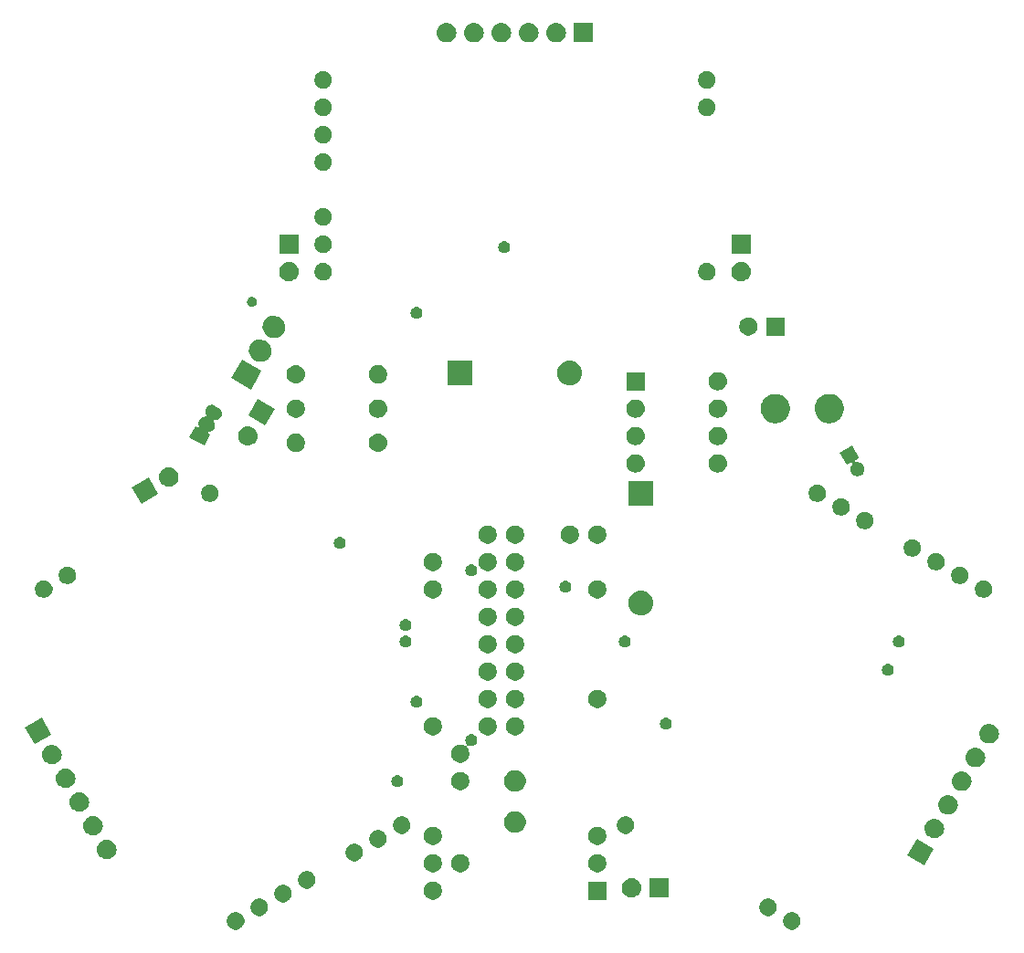
<source format=gbs>
G04 #@! TF.GenerationSoftware,KiCad,Pcbnew,5.0.2-bee76a0~70~ubuntu18.04.1*
G04 #@! TF.CreationDate,2019-01-29T21:25:52+01:00*
G04 #@! TF.ProjectId,Robot Propulsion V2,526f626f-7420-4507-926f-70756c73696f,rev?*
G04 #@! TF.SameCoordinates,Original*
G04 #@! TF.FileFunction,Soldermask,Bot*
G04 #@! TF.FilePolarity,Negative*
%FSLAX46Y46*%
G04 Gerber Fmt 4.6, Leading zero omitted, Abs format (unit mm)*
G04 Created by KiCad (PCBNEW 5.0.2-bee76a0~70~ubuntu18.04.1) date mar. 29 janv. 2019 21:25:52 CET*
%MOMM*%
%LPD*%
G01*
G04 APERTURE LIST*
%ADD10C,0.100000*%
G04 APERTURE END LIST*
D10*
G36*
X144933812Y-113577174D02*
X145081772Y-113638462D01*
X145148800Y-113683249D01*
X145214927Y-113727433D01*
X145328169Y-113840675D01*
X145348224Y-113870690D01*
X145417140Y-113973830D01*
X145478428Y-114121790D01*
X145509670Y-114278857D01*
X145509670Y-114439007D01*
X145478428Y-114596074D01*
X145417140Y-114744034D01*
X145328168Y-114877190D01*
X145214928Y-114990430D01*
X145081772Y-115079402D01*
X144933812Y-115140690D01*
X144776745Y-115171932D01*
X144616595Y-115171932D01*
X144459528Y-115140690D01*
X144311568Y-115079402D01*
X144178412Y-114990430D01*
X144065172Y-114877190D01*
X143976200Y-114744034D01*
X143914912Y-114596074D01*
X143883670Y-114439007D01*
X143883670Y-114278857D01*
X143914912Y-114121790D01*
X143976200Y-113973830D01*
X144045116Y-113870690D01*
X144065171Y-113840675D01*
X144178413Y-113727433D01*
X144244540Y-113683249D01*
X144311568Y-113638462D01*
X144459528Y-113577174D01*
X144616595Y-113545932D01*
X144776745Y-113545932D01*
X144933812Y-113577174D01*
X144933812Y-113577174D01*
G37*
G36*
X93386472Y-113577174D02*
X93534432Y-113638462D01*
X93601460Y-113683249D01*
X93667587Y-113727433D01*
X93780829Y-113840675D01*
X93800884Y-113870690D01*
X93869800Y-113973830D01*
X93931088Y-114121790D01*
X93962330Y-114278857D01*
X93962330Y-114439007D01*
X93931088Y-114596074D01*
X93869800Y-114744034D01*
X93780828Y-114877190D01*
X93667588Y-114990430D01*
X93534432Y-115079402D01*
X93386472Y-115140690D01*
X93229405Y-115171932D01*
X93069255Y-115171932D01*
X92912188Y-115140690D01*
X92764228Y-115079402D01*
X92631072Y-114990430D01*
X92517832Y-114877190D01*
X92428860Y-114744034D01*
X92367572Y-114596074D01*
X92336330Y-114439007D01*
X92336330Y-114278857D01*
X92367572Y-114121790D01*
X92428860Y-113973830D01*
X92497776Y-113870690D01*
X92517831Y-113840675D01*
X92631073Y-113727433D01*
X92697200Y-113683249D01*
X92764228Y-113638462D01*
X92912188Y-113577174D01*
X93069255Y-113545932D01*
X93229405Y-113545932D01*
X93386472Y-113577174D01*
X93386472Y-113577174D01*
G37*
G36*
X142734108Y-112307174D02*
X142882068Y-112368462D01*
X142906819Y-112385000D01*
X143015223Y-112457433D01*
X143128465Y-112570675D01*
X143148520Y-112600690D01*
X143217436Y-112703830D01*
X143278724Y-112851790D01*
X143309966Y-113008857D01*
X143309966Y-113169007D01*
X143278724Y-113326074D01*
X143231320Y-113440515D01*
X143217437Y-113474032D01*
X143128465Y-113607189D01*
X143015223Y-113720431D01*
X143004742Y-113727434D01*
X142882068Y-113809402D01*
X142734108Y-113870690D01*
X142577041Y-113901932D01*
X142416891Y-113901932D01*
X142259824Y-113870690D01*
X142111864Y-113809402D01*
X141989190Y-113727434D01*
X141978709Y-113720431D01*
X141865467Y-113607189D01*
X141776495Y-113474032D01*
X141762612Y-113440515D01*
X141715208Y-113326074D01*
X141683966Y-113169007D01*
X141683966Y-113008857D01*
X141715208Y-112851790D01*
X141776496Y-112703830D01*
X141845412Y-112600690D01*
X141865467Y-112570675D01*
X141978709Y-112457433D01*
X142087113Y-112385000D01*
X142111864Y-112368462D01*
X142259824Y-112307174D01*
X142416891Y-112275932D01*
X142577041Y-112275932D01*
X142734108Y-112307174D01*
X142734108Y-112307174D01*
G37*
G36*
X95586176Y-112307174D02*
X95734136Y-112368462D01*
X95758887Y-112385000D01*
X95867291Y-112457433D01*
X95980533Y-112570675D01*
X96000588Y-112600690D01*
X96069504Y-112703830D01*
X96130792Y-112851790D01*
X96162034Y-113008857D01*
X96162034Y-113169007D01*
X96130792Y-113326074D01*
X96083388Y-113440515D01*
X96069505Y-113474032D01*
X95980533Y-113607189D01*
X95867291Y-113720431D01*
X95856810Y-113727434D01*
X95734136Y-113809402D01*
X95586176Y-113870690D01*
X95429109Y-113901932D01*
X95268959Y-113901932D01*
X95111892Y-113870690D01*
X94963932Y-113809402D01*
X94841258Y-113727434D01*
X94830777Y-113720431D01*
X94717535Y-113607189D01*
X94628563Y-113474032D01*
X94614680Y-113440515D01*
X94567276Y-113326074D01*
X94536034Y-113169007D01*
X94536034Y-113008857D01*
X94567276Y-112851790D01*
X94628564Y-112703830D01*
X94697480Y-112600690D01*
X94717535Y-112570675D01*
X94830777Y-112457433D01*
X94939181Y-112385000D01*
X94963932Y-112368462D01*
X95111892Y-112307174D01*
X95268959Y-112275932D01*
X95429109Y-112275932D01*
X95586176Y-112307174D01*
X95586176Y-112307174D01*
G37*
G36*
X97785881Y-111037174D02*
X97933841Y-111098462D01*
X97982388Y-111130900D01*
X98066996Y-111187433D01*
X98180238Y-111300675D01*
X98200293Y-111330690D01*
X98269209Y-111433830D01*
X98330497Y-111581790D01*
X98361739Y-111738857D01*
X98361739Y-111899007D01*
X98330497Y-112056074D01*
X98322044Y-112076481D01*
X98269210Y-112204032D01*
X98180238Y-112337189D01*
X98066996Y-112450431D01*
X98056515Y-112457434D01*
X97933841Y-112539402D01*
X97785881Y-112600690D01*
X97628814Y-112631932D01*
X97468664Y-112631932D01*
X97311597Y-112600690D01*
X97163637Y-112539402D01*
X97040963Y-112457434D01*
X97030482Y-112450431D01*
X96917240Y-112337189D01*
X96828268Y-112204032D01*
X96775434Y-112076481D01*
X96766981Y-112056074D01*
X96735739Y-111899007D01*
X96735739Y-111738857D01*
X96766981Y-111581790D01*
X96828269Y-111433830D01*
X96897185Y-111330690D01*
X96917240Y-111300675D01*
X97030482Y-111187433D01*
X97115090Y-111130900D01*
X97163637Y-111098462D01*
X97311597Y-111037174D01*
X97468664Y-111005932D01*
X97628814Y-111005932D01*
X97785881Y-111037174D01*
X97785881Y-111037174D01*
G37*
G36*
X127521000Y-112385000D02*
X125819000Y-112385000D01*
X125819000Y-110683000D01*
X127521000Y-110683000D01*
X127521000Y-112385000D01*
X127521000Y-112385000D01*
G37*
G36*
X111678228Y-110715703D02*
X111833100Y-110779853D01*
X111972481Y-110872985D01*
X112091015Y-110991519D01*
X112184147Y-111130900D01*
X112248297Y-111285772D01*
X112281000Y-111450184D01*
X112281000Y-111617816D01*
X112248297Y-111782228D01*
X112184147Y-111937100D01*
X112091015Y-112076481D01*
X111972481Y-112195015D01*
X111833100Y-112288147D01*
X111678228Y-112352297D01*
X111513816Y-112385000D01*
X111346184Y-112385000D01*
X111181772Y-112352297D01*
X111026900Y-112288147D01*
X110887519Y-112195015D01*
X110768985Y-112076481D01*
X110675853Y-111937100D01*
X110611703Y-111782228D01*
X110579000Y-111617816D01*
X110579000Y-111450184D01*
X110611703Y-111285772D01*
X110675853Y-111130900D01*
X110768985Y-110991519D01*
X110887519Y-110872985D01*
X111026900Y-110779853D01*
X111181772Y-110715703D01*
X111346184Y-110683000D01*
X111513816Y-110683000D01*
X111678228Y-110715703D01*
X111678228Y-110715703D01*
G37*
G36*
X129955442Y-110385518D02*
X130021627Y-110392037D01*
X130134853Y-110426384D01*
X130191467Y-110443557D01*
X130330087Y-110517652D01*
X130347991Y-110527222D01*
X130383729Y-110556552D01*
X130485186Y-110639814D01*
X130547466Y-110715704D01*
X130597778Y-110777009D01*
X130597779Y-110777011D01*
X130681443Y-110933533D01*
X130681443Y-110933534D01*
X130732963Y-111103373D01*
X130750359Y-111280000D01*
X130732963Y-111456627D01*
X130698616Y-111569853D01*
X130681443Y-111626467D01*
X130621368Y-111738857D01*
X130597778Y-111782991D01*
X130568448Y-111818729D01*
X130485186Y-111920186D01*
X130383729Y-112003448D01*
X130347991Y-112032778D01*
X130347989Y-112032779D01*
X130191467Y-112116443D01*
X130134853Y-112133616D01*
X130021627Y-112167963D01*
X129955442Y-112174482D01*
X129889260Y-112181000D01*
X129800740Y-112181000D01*
X129734558Y-112174482D01*
X129668373Y-112167963D01*
X129555147Y-112133616D01*
X129498533Y-112116443D01*
X129342011Y-112032779D01*
X129342009Y-112032778D01*
X129306271Y-112003448D01*
X129204814Y-111920186D01*
X129121552Y-111818729D01*
X129092222Y-111782991D01*
X129068632Y-111738857D01*
X129008557Y-111626467D01*
X128991384Y-111569853D01*
X128957037Y-111456627D01*
X128939641Y-111280000D01*
X128957037Y-111103373D01*
X129008557Y-110933534D01*
X129008557Y-110933533D01*
X129092221Y-110777011D01*
X129092222Y-110777009D01*
X129142534Y-110715704D01*
X129204814Y-110639814D01*
X129306271Y-110556552D01*
X129342009Y-110527222D01*
X129359913Y-110517652D01*
X129498533Y-110443557D01*
X129555147Y-110426384D01*
X129668373Y-110392037D01*
X129734558Y-110385518D01*
X129800740Y-110379000D01*
X129889260Y-110379000D01*
X129955442Y-110385518D01*
X129955442Y-110385518D01*
G37*
G36*
X133286000Y-112181000D02*
X131484000Y-112181000D01*
X131484000Y-110379000D01*
X133286000Y-110379000D01*
X133286000Y-112181000D01*
X133286000Y-112181000D01*
G37*
G36*
X99985585Y-109767174D02*
X100133545Y-109828462D01*
X100266701Y-109917434D01*
X100379941Y-110030674D01*
X100468913Y-110163830D01*
X100530201Y-110311790D01*
X100561443Y-110468857D01*
X100561443Y-110629007D01*
X100530201Y-110786074D01*
X100494201Y-110872985D01*
X100468914Y-110934032D01*
X100379942Y-111067189D01*
X100266700Y-111180431D01*
X100256219Y-111187434D01*
X100133545Y-111269402D01*
X99985585Y-111330690D01*
X99828518Y-111361932D01*
X99668368Y-111361932D01*
X99511301Y-111330690D01*
X99363341Y-111269402D01*
X99240667Y-111187434D01*
X99230186Y-111180431D01*
X99116944Y-111067189D01*
X99027972Y-110934032D01*
X99002685Y-110872985D01*
X98966685Y-110786074D01*
X98935443Y-110629007D01*
X98935443Y-110468857D01*
X98966685Y-110311790D01*
X99027973Y-110163830D01*
X99116945Y-110030674D01*
X99230185Y-109917434D01*
X99363341Y-109828462D01*
X99511301Y-109767174D01*
X99668368Y-109735932D01*
X99828518Y-109735932D01*
X99985585Y-109767174D01*
X99985585Y-109767174D01*
G37*
G36*
X126918228Y-108175703D02*
X127073100Y-108239853D01*
X127212481Y-108332985D01*
X127331015Y-108451519D01*
X127424147Y-108590900D01*
X127488297Y-108745772D01*
X127521000Y-108910184D01*
X127521000Y-109077816D01*
X127488297Y-109242228D01*
X127424147Y-109397100D01*
X127331015Y-109536481D01*
X127212481Y-109655015D01*
X127073100Y-109748147D01*
X126918228Y-109812297D01*
X126753816Y-109845000D01*
X126586184Y-109845000D01*
X126421772Y-109812297D01*
X126266900Y-109748147D01*
X126127519Y-109655015D01*
X126008985Y-109536481D01*
X125915853Y-109397100D01*
X125851703Y-109242228D01*
X125819000Y-109077816D01*
X125819000Y-108910184D01*
X125851703Y-108745772D01*
X125915853Y-108590900D01*
X126008985Y-108451519D01*
X126127519Y-108332985D01*
X126266900Y-108239853D01*
X126421772Y-108175703D01*
X126586184Y-108143000D01*
X126753816Y-108143000D01*
X126918228Y-108175703D01*
X126918228Y-108175703D01*
G37*
G36*
X114218228Y-108175703D02*
X114373100Y-108239853D01*
X114512481Y-108332985D01*
X114631015Y-108451519D01*
X114724147Y-108590900D01*
X114788297Y-108745772D01*
X114821000Y-108910184D01*
X114821000Y-109077816D01*
X114788297Y-109242228D01*
X114724147Y-109397100D01*
X114631015Y-109536481D01*
X114512481Y-109655015D01*
X114373100Y-109748147D01*
X114218228Y-109812297D01*
X114053816Y-109845000D01*
X113886184Y-109845000D01*
X113721772Y-109812297D01*
X113566900Y-109748147D01*
X113427519Y-109655015D01*
X113308985Y-109536481D01*
X113215853Y-109397100D01*
X113151703Y-109242228D01*
X113119000Y-109077816D01*
X113119000Y-108910184D01*
X113151703Y-108745772D01*
X113215853Y-108590900D01*
X113308985Y-108451519D01*
X113427519Y-108332985D01*
X113566900Y-108239853D01*
X113721772Y-108175703D01*
X113886184Y-108143000D01*
X114053816Y-108143000D01*
X114218228Y-108175703D01*
X114218228Y-108175703D01*
G37*
G36*
X111678228Y-108175703D02*
X111833100Y-108239853D01*
X111972481Y-108332985D01*
X112091015Y-108451519D01*
X112184147Y-108590900D01*
X112248297Y-108745772D01*
X112281000Y-108910184D01*
X112281000Y-109077816D01*
X112248297Y-109242228D01*
X112184147Y-109397100D01*
X112091015Y-109536481D01*
X111972481Y-109655015D01*
X111833100Y-109748147D01*
X111678228Y-109812297D01*
X111513816Y-109845000D01*
X111346184Y-109845000D01*
X111181772Y-109812297D01*
X111026900Y-109748147D01*
X110887519Y-109655015D01*
X110768985Y-109536481D01*
X110675853Y-109397100D01*
X110611703Y-109242228D01*
X110579000Y-109077816D01*
X110579000Y-108910184D01*
X110611703Y-108745772D01*
X110675853Y-108590900D01*
X110768985Y-108451519D01*
X110887519Y-108332985D01*
X111026900Y-108239853D01*
X111181772Y-108175703D01*
X111346184Y-108143000D01*
X111513816Y-108143000D01*
X111678228Y-108175703D01*
X111678228Y-108175703D01*
G37*
G36*
X157872789Y-107648211D02*
X156971789Y-109208789D01*
X155411211Y-108307789D01*
X156312211Y-106747211D01*
X157872789Y-107648211D01*
X157872789Y-107648211D01*
G37*
G36*
X104384994Y-107227174D02*
X104532954Y-107288462D01*
X104557705Y-107305000D01*
X104666109Y-107377433D01*
X104779351Y-107490675D01*
X104799406Y-107520690D01*
X104868322Y-107623830D01*
X104929610Y-107771790D01*
X104960852Y-107928857D01*
X104960852Y-108089007D01*
X104929610Y-108246074D01*
X104868322Y-108394034D01*
X104779350Y-108527190D01*
X104666110Y-108640430D01*
X104532954Y-108729402D01*
X104384994Y-108790690D01*
X104227927Y-108821932D01*
X104067777Y-108821932D01*
X103910710Y-108790690D01*
X103762750Y-108729402D01*
X103629594Y-108640430D01*
X103516354Y-108527190D01*
X103427382Y-108394034D01*
X103366094Y-108246074D01*
X103334852Y-108089007D01*
X103334852Y-107928857D01*
X103366094Y-107771790D01*
X103427382Y-107623830D01*
X103496298Y-107520690D01*
X103516353Y-107490675D01*
X103629595Y-107377433D01*
X103737999Y-107305000D01*
X103762750Y-107288462D01*
X103910710Y-107227174D01*
X104067777Y-107195932D01*
X104227927Y-107195932D01*
X104384994Y-107227174D01*
X104384994Y-107227174D01*
G37*
G36*
X81314442Y-106824632D02*
X81380627Y-106831151D01*
X81493853Y-106865498D01*
X81550467Y-106882671D01*
X81689087Y-106956766D01*
X81706991Y-106966336D01*
X81742729Y-106995666D01*
X81844186Y-107078928D01*
X81927448Y-107180385D01*
X81956778Y-107216123D01*
X81956779Y-107216125D01*
X82040443Y-107372647D01*
X82040443Y-107372648D01*
X82091963Y-107542487D01*
X82109359Y-107719114D01*
X82091963Y-107895741D01*
X82081917Y-107928857D01*
X82040443Y-108065581D01*
X82027921Y-108089007D01*
X81956778Y-108222105D01*
X81937107Y-108246074D01*
X81844186Y-108359300D01*
X81742729Y-108442562D01*
X81706991Y-108471892D01*
X81706989Y-108471893D01*
X81550467Y-108555557D01*
X81493853Y-108572730D01*
X81380627Y-108607077D01*
X81314443Y-108613595D01*
X81248260Y-108620114D01*
X81159740Y-108620114D01*
X81093557Y-108613595D01*
X81027373Y-108607077D01*
X80914147Y-108572730D01*
X80857533Y-108555557D01*
X80701011Y-108471893D01*
X80701009Y-108471892D01*
X80665271Y-108442562D01*
X80563814Y-108359300D01*
X80470893Y-108246074D01*
X80451222Y-108222105D01*
X80380079Y-108089007D01*
X80367557Y-108065581D01*
X80326083Y-107928857D01*
X80316037Y-107895741D01*
X80298641Y-107719114D01*
X80316037Y-107542487D01*
X80367557Y-107372648D01*
X80367557Y-107372647D01*
X80451221Y-107216125D01*
X80451222Y-107216123D01*
X80480552Y-107180385D01*
X80563814Y-107078928D01*
X80665271Y-106995666D01*
X80701009Y-106966336D01*
X80718913Y-106956766D01*
X80857533Y-106882671D01*
X80914147Y-106865498D01*
X81027373Y-106831151D01*
X81093558Y-106824632D01*
X81159740Y-106818114D01*
X81248260Y-106818114D01*
X81314442Y-106824632D01*
X81314442Y-106824632D01*
G37*
G36*
X106584699Y-105957174D02*
X106732659Y-106018462D01*
X106781206Y-106050900D01*
X106865814Y-106107433D01*
X106979056Y-106220675D01*
X106999111Y-106250690D01*
X107068027Y-106353830D01*
X107129315Y-106501790D01*
X107160557Y-106658857D01*
X107160557Y-106819007D01*
X107129315Y-106976074D01*
X107120862Y-106996481D01*
X107068028Y-107124032D01*
X106979056Y-107257189D01*
X106865814Y-107370431D01*
X106855333Y-107377434D01*
X106732659Y-107459402D01*
X106584699Y-107520690D01*
X106427632Y-107551932D01*
X106267482Y-107551932D01*
X106110415Y-107520690D01*
X105962455Y-107459402D01*
X105839781Y-107377434D01*
X105829300Y-107370431D01*
X105716058Y-107257189D01*
X105627086Y-107124032D01*
X105574252Y-106996481D01*
X105565799Y-106976074D01*
X105534557Y-106819007D01*
X105534557Y-106658857D01*
X105565799Y-106501790D01*
X105627087Y-106353830D01*
X105696003Y-106250690D01*
X105716058Y-106220675D01*
X105829300Y-106107433D01*
X105913908Y-106050900D01*
X105962455Y-106018462D01*
X106110415Y-105957174D01*
X106267482Y-105925932D01*
X106427632Y-105925932D01*
X106584699Y-105957174D01*
X106584699Y-105957174D01*
G37*
G36*
X126918228Y-105635703D02*
X127073100Y-105699853D01*
X127212481Y-105792985D01*
X127331015Y-105911519D01*
X127424147Y-106050900D01*
X127488297Y-106205772D01*
X127521000Y-106370184D01*
X127521000Y-106537816D01*
X127488297Y-106702228D01*
X127424147Y-106857100D01*
X127331015Y-106996481D01*
X127212481Y-107115015D01*
X127073100Y-107208147D01*
X126918228Y-107272297D01*
X126753816Y-107305000D01*
X126586184Y-107305000D01*
X126421772Y-107272297D01*
X126266900Y-107208147D01*
X126127519Y-107115015D01*
X126008985Y-106996481D01*
X125915853Y-106857100D01*
X125851703Y-106702228D01*
X125819000Y-106537816D01*
X125819000Y-106370184D01*
X125851703Y-106205772D01*
X125915853Y-106050900D01*
X126008985Y-105911519D01*
X126127519Y-105792985D01*
X126266900Y-105699853D01*
X126421772Y-105635703D01*
X126586184Y-105603000D01*
X126753816Y-105603000D01*
X126918228Y-105635703D01*
X126918228Y-105635703D01*
G37*
G36*
X111678228Y-105635703D02*
X111833100Y-105699853D01*
X111972481Y-105792985D01*
X112091015Y-105911519D01*
X112184147Y-106050900D01*
X112248297Y-106205772D01*
X112281000Y-106370184D01*
X112281000Y-106537816D01*
X112248297Y-106702228D01*
X112184147Y-106857100D01*
X112091015Y-106996481D01*
X111972481Y-107115015D01*
X111833100Y-107208147D01*
X111678228Y-107272297D01*
X111513816Y-107305000D01*
X111346184Y-107305000D01*
X111181772Y-107272297D01*
X111026900Y-107208147D01*
X110887519Y-107115015D01*
X110768985Y-106996481D01*
X110675853Y-106857100D01*
X110611703Y-106702228D01*
X110579000Y-106537816D01*
X110579000Y-106370184D01*
X110611703Y-106205772D01*
X110675853Y-106050900D01*
X110768985Y-105911519D01*
X110887519Y-105792985D01*
X111026900Y-105699853D01*
X111181772Y-105635703D01*
X111346184Y-105603000D01*
X111513816Y-105603000D01*
X111678228Y-105635703D01*
X111678228Y-105635703D01*
G37*
G36*
X158022443Y-104883814D02*
X158088627Y-104890332D01*
X158201853Y-104924679D01*
X158258467Y-104941852D01*
X158274973Y-104950675D01*
X158414991Y-105025517D01*
X158450729Y-105054847D01*
X158552186Y-105138109D01*
X158629066Y-105231789D01*
X158664778Y-105275304D01*
X158664779Y-105275306D01*
X158748443Y-105431828D01*
X158748443Y-105431829D01*
X158799963Y-105601668D01*
X158817359Y-105778295D01*
X158799963Y-105954922D01*
X158780688Y-106018462D01*
X158748443Y-106124762D01*
X158697176Y-106220674D01*
X158664778Y-106281286D01*
X158635448Y-106317024D01*
X158552186Y-106418481D01*
X158450729Y-106501743D01*
X158414991Y-106531073D01*
X158414989Y-106531074D01*
X158258467Y-106614738D01*
X158201853Y-106631911D01*
X158088627Y-106666258D01*
X158022442Y-106672777D01*
X157956260Y-106679295D01*
X157867740Y-106679295D01*
X157801558Y-106672777D01*
X157735373Y-106666258D01*
X157622147Y-106631911D01*
X157565533Y-106614738D01*
X157409011Y-106531074D01*
X157409009Y-106531073D01*
X157373271Y-106501743D01*
X157271814Y-106418481D01*
X157188552Y-106317024D01*
X157159222Y-106281286D01*
X157126824Y-106220674D01*
X157075557Y-106124762D01*
X157043312Y-106018462D01*
X157024037Y-105954922D01*
X157006641Y-105778295D01*
X157024037Y-105601668D01*
X157075557Y-105431829D01*
X157075557Y-105431828D01*
X157159221Y-105275306D01*
X157159222Y-105275304D01*
X157194934Y-105231789D01*
X157271814Y-105138109D01*
X157373271Y-105054847D01*
X157409009Y-105025517D01*
X157549027Y-104950675D01*
X157565533Y-104941852D01*
X157622147Y-104924679D01*
X157735373Y-104890332D01*
X157801557Y-104883814D01*
X157867740Y-104877295D01*
X157956260Y-104877295D01*
X158022443Y-104883814D01*
X158022443Y-104883814D01*
G37*
G36*
X80044443Y-104624928D02*
X80110627Y-104631446D01*
X80223853Y-104665793D01*
X80280467Y-104682966D01*
X80419087Y-104757061D01*
X80436991Y-104766631D01*
X80472729Y-104795961D01*
X80574186Y-104879223D01*
X80632823Y-104950674D01*
X80686778Y-105016418D01*
X80686779Y-105016420D01*
X80770443Y-105172942D01*
X80770443Y-105172943D01*
X80821963Y-105342782D01*
X80839359Y-105519409D01*
X80821963Y-105696036D01*
X80797010Y-105778295D01*
X80770443Y-105865876D01*
X80746046Y-105911519D01*
X80686778Y-106022400D01*
X80663388Y-106050900D01*
X80574186Y-106159595D01*
X80472729Y-106242857D01*
X80436991Y-106272187D01*
X80436989Y-106272188D01*
X80280467Y-106355852D01*
X80233220Y-106370184D01*
X80110627Y-106407372D01*
X80044443Y-106413890D01*
X79978260Y-106420409D01*
X79889740Y-106420409D01*
X79823557Y-106413890D01*
X79757373Y-106407372D01*
X79634780Y-106370184D01*
X79587533Y-106355852D01*
X79431011Y-106272188D01*
X79431009Y-106272187D01*
X79395271Y-106242857D01*
X79293814Y-106159595D01*
X79204612Y-106050900D01*
X79181222Y-106022400D01*
X79121954Y-105911519D01*
X79097557Y-105865876D01*
X79070990Y-105778295D01*
X79046037Y-105696036D01*
X79028641Y-105519409D01*
X79046037Y-105342782D01*
X79097557Y-105172943D01*
X79097557Y-105172942D01*
X79181221Y-105016420D01*
X79181222Y-105016418D01*
X79235177Y-104950674D01*
X79293814Y-104879223D01*
X79395271Y-104795961D01*
X79431009Y-104766631D01*
X79448913Y-104757061D01*
X79587533Y-104682966D01*
X79644147Y-104665793D01*
X79757373Y-104631446D01*
X79823557Y-104624928D01*
X79889740Y-104618409D01*
X79978260Y-104618409D01*
X80044443Y-104624928D01*
X80044443Y-104624928D01*
G37*
G36*
X108784403Y-104687174D02*
X108932363Y-104748462D01*
X108959553Y-104766630D01*
X109065518Y-104837433D01*
X109178760Y-104950675D01*
X109267732Y-105083832D01*
X109281615Y-105117349D01*
X109329019Y-105231790D01*
X109360261Y-105388857D01*
X109360261Y-105549007D01*
X109329019Y-105706074D01*
X109293019Y-105792985D01*
X109267732Y-105854032D01*
X109178760Y-105987189D01*
X109065518Y-106100431D01*
X109055037Y-106107434D01*
X108932363Y-106189402D01*
X108784403Y-106250690D01*
X108627336Y-106281932D01*
X108467186Y-106281932D01*
X108310119Y-106250690D01*
X108162159Y-106189402D01*
X108039485Y-106107434D01*
X108029004Y-106100431D01*
X107915762Y-105987189D01*
X107826790Y-105854032D01*
X107801503Y-105792985D01*
X107765503Y-105706074D01*
X107734261Y-105549007D01*
X107734261Y-105388857D01*
X107765503Y-105231790D01*
X107812907Y-105117349D01*
X107826790Y-105083832D01*
X107915762Y-104950675D01*
X108029004Y-104837433D01*
X108134969Y-104766630D01*
X108162159Y-104748462D01*
X108310119Y-104687174D01*
X108467186Y-104655932D01*
X108627336Y-104655932D01*
X108784403Y-104687174D01*
X108784403Y-104687174D01*
G37*
G36*
X129535881Y-104687174D02*
X129683841Y-104748462D01*
X129711031Y-104766630D01*
X129816996Y-104837433D01*
X129930238Y-104950675D01*
X130019210Y-105083832D01*
X130033093Y-105117349D01*
X130080497Y-105231790D01*
X130111739Y-105388857D01*
X130111739Y-105549007D01*
X130080497Y-105706074D01*
X130044497Y-105792985D01*
X130019210Y-105854032D01*
X129930238Y-105987189D01*
X129816996Y-106100431D01*
X129806515Y-106107434D01*
X129683841Y-106189402D01*
X129535881Y-106250690D01*
X129378814Y-106281932D01*
X129218664Y-106281932D01*
X129061597Y-106250690D01*
X128913637Y-106189402D01*
X128790963Y-106107434D01*
X128780482Y-106100431D01*
X128667240Y-105987189D01*
X128578268Y-105854032D01*
X128552981Y-105792985D01*
X128516981Y-105706074D01*
X128485739Y-105549007D01*
X128485739Y-105388857D01*
X128516981Y-105231790D01*
X128564385Y-105117349D01*
X128578268Y-105083832D01*
X128667240Y-104950675D01*
X128780482Y-104837433D01*
X128886447Y-104766630D01*
X128913637Y-104748462D01*
X129061597Y-104687174D01*
X129218664Y-104655932D01*
X129378814Y-104655932D01*
X129535881Y-104687174D01*
X129535881Y-104687174D01*
G37*
G36*
X119341981Y-104221468D02*
X119524150Y-104296925D01*
X119688103Y-104406475D01*
X119827525Y-104545897D01*
X119937075Y-104709850D01*
X120012532Y-104892019D01*
X120051000Y-105085410D01*
X120051000Y-105282590D01*
X120012532Y-105475981D01*
X119937075Y-105658150D01*
X119827525Y-105822103D01*
X119688103Y-105961525D01*
X119524150Y-106071075D01*
X119341981Y-106146532D01*
X119148590Y-106185000D01*
X118951410Y-106185000D01*
X118758019Y-106146532D01*
X118575850Y-106071075D01*
X118411897Y-105961525D01*
X118272475Y-105822103D01*
X118162925Y-105658150D01*
X118087468Y-105475981D01*
X118049000Y-105282590D01*
X118049000Y-105085410D01*
X118087468Y-104892019D01*
X118162925Y-104709850D01*
X118272475Y-104545897D01*
X118411897Y-104406475D01*
X118575850Y-104296925D01*
X118758019Y-104221468D01*
X118951410Y-104183000D01*
X119148590Y-104183000D01*
X119341981Y-104221468D01*
X119341981Y-104221468D01*
G37*
G36*
X159292443Y-102684110D02*
X159358627Y-102690628D01*
X159471853Y-102724975D01*
X159528467Y-102742148D01*
X159667087Y-102816243D01*
X159684991Y-102825813D01*
X159720729Y-102855143D01*
X159822186Y-102938405D01*
X159905448Y-103039862D01*
X159934778Y-103075600D01*
X159934779Y-103075602D01*
X160018443Y-103232124D01*
X160018443Y-103232125D01*
X160069963Y-103401964D01*
X160087359Y-103578591D01*
X160069963Y-103755218D01*
X160049494Y-103822694D01*
X160018443Y-103925058D01*
X159999824Y-103959891D01*
X159934778Y-104081582D01*
X159905448Y-104117320D01*
X159822186Y-104218777D01*
X159726961Y-104296925D01*
X159684991Y-104331369D01*
X159684989Y-104331370D01*
X159528467Y-104415034D01*
X159471853Y-104432207D01*
X159358627Y-104466554D01*
X159292443Y-104473072D01*
X159226260Y-104479591D01*
X159137740Y-104479591D01*
X159071558Y-104473073D01*
X159005373Y-104466554D01*
X158892147Y-104432207D01*
X158835533Y-104415034D01*
X158679011Y-104331370D01*
X158679009Y-104331369D01*
X158637039Y-104296925D01*
X158541814Y-104218777D01*
X158458552Y-104117320D01*
X158429222Y-104081582D01*
X158364176Y-103959891D01*
X158345557Y-103925058D01*
X158314506Y-103822694D01*
X158294037Y-103755218D01*
X158276641Y-103578591D01*
X158294037Y-103401964D01*
X158345557Y-103232125D01*
X158345557Y-103232124D01*
X158429221Y-103075602D01*
X158429222Y-103075600D01*
X158458552Y-103039862D01*
X158541814Y-102938405D01*
X158643271Y-102855143D01*
X158679009Y-102825813D01*
X158696913Y-102816243D01*
X158835533Y-102742148D01*
X158892147Y-102724975D01*
X159005373Y-102690628D01*
X159071558Y-102684109D01*
X159137740Y-102677591D01*
X159226260Y-102677591D01*
X159292443Y-102684110D01*
X159292443Y-102684110D01*
G37*
G36*
X78774442Y-102425223D02*
X78840627Y-102431742D01*
X78953853Y-102466089D01*
X79010467Y-102483262D01*
X79149087Y-102557357D01*
X79166991Y-102566927D01*
X79202729Y-102596257D01*
X79304186Y-102679519D01*
X79387448Y-102780976D01*
X79416778Y-102816714D01*
X79416779Y-102816716D01*
X79500443Y-102973238D01*
X79500443Y-102973239D01*
X79551963Y-103143078D01*
X79569359Y-103319705D01*
X79551963Y-103496332D01*
X79527010Y-103578591D01*
X79500443Y-103666172D01*
X79452847Y-103755216D01*
X79416778Y-103822696D01*
X79387448Y-103858434D01*
X79304186Y-103959891D01*
X79202729Y-104043153D01*
X79166991Y-104072483D01*
X79166989Y-104072484D01*
X79010467Y-104156148D01*
X78953853Y-104173321D01*
X78840627Y-104207668D01*
X78774443Y-104214186D01*
X78708260Y-104220705D01*
X78619740Y-104220705D01*
X78553558Y-104214187D01*
X78487373Y-104207668D01*
X78374147Y-104173321D01*
X78317533Y-104156148D01*
X78161011Y-104072484D01*
X78161009Y-104072483D01*
X78125271Y-104043153D01*
X78023814Y-103959891D01*
X77940552Y-103858434D01*
X77911222Y-103822696D01*
X77875153Y-103755216D01*
X77827557Y-103666172D01*
X77800990Y-103578591D01*
X77776037Y-103496332D01*
X77758641Y-103319705D01*
X77776037Y-103143078D01*
X77827557Y-102973239D01*
X77827557Y-102973238D01*
X77911221Y-102816716D01*
X77911222Y-102816714D01*
X77940552Y-102780976D01*
X78023814Y-102679519D01*
X78125271Y-102596257D01*
X78161009Y-102566927D01*
X78178913Y-102557357D01*
X78317533Y-102483262D01*
X78374147Y-102466089D01*
X78487373Y-102431742D01*
X78553557Y-102425224D01*
X78619740Y-102418705D01*
X78708260Y-102418705D01*
X78774442Y-102425223D01*
X78774442Y-102425223D01*
G37*
G36*
X119341981Y-100411468D02*
X119524150Y-100486925D01*
X119688103Y-100596475D01*
X119827525Y-100735897D01*
X119937075Y-100899850D01*
X120012532Y-101082019D01*
X120051000Y-101275410D01*
X120051000Y-101472590D01*
X120012532Y-101665981D01*
X119937075Y-101848150D01*
X119827525Y-102012103D01*
X119688103Y-102151525D01*
X119524150Y-102261075D01*
X119341981Y-102336532D01*
X119148590Y-102375000D01*
X118951410Y-102375000D01*
X118758019Y-102336532D01*
X118575850Y-102261075D01*
X118411897Y-102151525D01*
X118272475Y-102012103D01*
X118162925Y-101848150D01*
X118087468Y-101665981D01*
X118049000Y-101472590D01*
X118049000Y-101275410D01*
X118087468Y-101082019D01*
X118162925Y-100899850D01*
X118272475Y-100735897D01*
X118411897Y-100596475D01*
X118575850Y-100486925D01*
X118758019Y-100411468D01*
X118951410Y-100373000D01*
X119148590Y-100373000D01*
X119341981Y-100411468D01*
X119341981Y-100411468D01*
G37*
G36*
X160562443Y-100484405D02*
X160628627Y-100490923D01*
X160734371Y-100523000D01*
X160798467Y-100542443D01*
X160899552Y-100596475D01*
X160954991Y-100626108D01*
X160990729Y-100655438D01*
X161092186Y-100738700D01*
X161161368Y-100823000D01*
X161204778Y-100875895D01*
X161204779Y-100875897D01*
X161288443Y-101032419D01*
X161288443Y-101032420D01*
X161339963Y-101202259D01*
X161357359Y-101378886D01*
X161339963Y-101555513D01*
X161319725Y-101622228D01*
X161288443Y-101725353D01*
X161269824Y-101760186D01*
X161204778Y-101881877D01*
X161186765Y-101903826D01*
X161092186Y-102019072D01*
X160990729Y-102102334D01*
X160954991Y-102131664D01*
X160954989Y-102131665D01*
X160798467Y-102215329D01*
X160766585Y-102225000D01*
X160628627Y-102266849D01*
X160562443Y-102273367D01*
X160496260Y-102279886D01*
X160407740Y-102279886D01*
X160341557Y-102273367D01*
X160275373Y-102266849D01*
X160137415Y-102225000D01*
X160105533Y-102215329D01*
X159949011Y-102131665D01*
X159949009Y-102131664D01*
X159913271Y-102102334D01*
X159811814Y-102019072D01*
X159717235Y-101903826D01*
X159699222Y-101881877D01*
X159634176Y-101760186D01*
X159615557Y-101725353D01*
X159584275Y-101622228D01*
X159564037Y-101555513D01*
X159546641Y-101378886D01*
X159564037Y-101202259D01*
X159615557Y-101032420D01*
X159615557Y-101032419D01*
X159699221Y-100875897D01*
X159699222Y-100875895D01*
X159742632Y-100823000D01*
X159811814Y-100738700D01*
X159913271Y-100655438D01*
X159949009Y-100626108D01*
X160004448Y-100596475D01*
X160105533Y-100542443D01*
X160169629Y-100523000D01*
X160275373Y-100490923D01*
X160341557Y-100484405D01*
X160407740Y-100477886D01*
X160496260Y-100477886D01*
X160562443Y-100484405D01*
X160562443Y-100484405D01*
G37*
G36*
X114218228Y-100555703D02*
X114373100Y-100619853D01*
X114512481Y-100712985D01*
X114631015Y-100831519D01*
X114724147Y-100970900D01*
X114788297Y-101125772D01*
X114821000Y-101290184D01*
X114821000Y-101457816D01*
X114788297Y-101622228D01*
X114724147Y-101777100D01*
X114631015Y-101916481D01*
X114512481Y-102035015D01*
X114373100Y-102128147D01*
X114218228Y-102192297D01*
X114053816Y-102225000D01*
X113886184Y-102225000D01*
X113721772Y-102192297D01*
X113566900Y-102128147D01*
X113427519Y-102035015D01*
X113308985Y-101916481D01*
X113215853Y-101777100D01*
X113151703Y-101622228D01*
X113119000Y-101457816D01*
X113119000Y-101290184D01*
X113151703Y-101125772D01*
X113215853Y-100970900D01*
X113308985Y-100831519D01*
X113427519Y-100712985D01*
X113566900Y-100619853D01*
X113721772Y-100555703D01*
X113886184Y-100523000D01*
X114053816Y-100523000D01*
X114218228Y-100555703D01*
X114218228Y-100555703D01*
G37*
G36*
X77504443Y-100225519D02*
X77570627Y-100232037D01*
X77683853Y-100266384D01*
X77740467Y-100283557D01*
X77879087Y-100357652D01*
X77896991Y-100367222D01*
X77904031Y-100373000D01*
X78034186Y-100479814D01*
X78096466Y-100555704D01*
X78146778Y-100617009D01*
X78146779Y-100617011D01*
X78230443Y-100773533D01*
X78230443Y-100773534D01*
X78281963Y-100943373D01*
X78299359Y-101120000D01*
X78281963Y-101296627D01*
X78274954Y-101319731D01*
X78230443Y-101466467D01*
X78227170Y-101472590D01*
X78146778Y-101622991D01*
X78117448Y-101658729D01*
X78034186Y-101760186D01*
X77932729Y-101843448D01*
X77896991Y-101872778D01*
X77896989Y-101872779D01*
X77740467Y-101956443D01*
X77683853Y-101973616D01*
X77570627Y-102007963D01*
X77504442Y-102014482D01*
X77438260Y-102021000D01*
X77349740Y-102021000D01*
X77283557Y-102014481D01*
X77217373Y-102007963D01*
X77104147Y-101973616D01*
X77047533Y-101956443D01*
X76891011Y-101872779D01*
X76891009Y-101872778D01*
X76855271Y-101843448D01*
X76753814Y-101760186D01*
X76670552Y-101658729D01*
X76641222Y-101622991D01*
X76560830Y-101472590D01*
X76557557Y-101466467D01*
X76513046Y-101319731D01*
X76506037Y-101296627D01*
X76488641Y-101120000D01*
X76506037Y-100943373D01*
X76557557Y-100773534D01*
X76557557Y-100773533D01*
X76641221Y-100617011D01*
X76641222Y-100617009D01*
X76691534Y-100555704D01*
X76753814Y-100479814D01*
X76883969Y-100373000D01*
X76891009Y-100367222D01*
X76908913Y-100357652D01*
X77047533Y-100283557D01*
X77104147Y-100266384D01*
X77217373Y-100232037D01*
X77283557Y-100225519D01*
X77349740Y-100219000D01*
X77438260Y-100219000D01*
X77504443Y-100225519D01*
X77504443Y-100225519D01*
G37*
G36*
X108288721Y-100844174D02*
X108388995Y-100885709D01*
X108479245Y-100946012D01*
X108555988Y-101022755D01*
X108616291Y-101113005D01*
X108657826Y-101213279D01*
X108679000Y-101319730D01*
X108679000Y-101428270D01*
X108657826Y-101534721D01*
X108616291Y-101634995D01*
X108555988Y-101725245D01*
X108479245Y-101801988D01*
X108388995Y-101862291D01*
X108288721Y-101903826D01*
X108182270Y-101925000D01*
X108073730Y-101925000D01*
X107967279Y-101903826D01*
X107867005Y-101862291D01*
X107776755Y-101801988D01*
X107700012Y-101725245D01*
X107639709Y-101634995D01*
X107598174Y-101534721D01*
X107577000Y-101428270D01*
X107577000Y-101319730D01*
X107598174Y-101213279D01*
X107639709Y-101113005D01*
X107700012Y-101022755D01*
X107776755Y-100946012D01*
X107867005Y-100885709D01*
X107967279Y-100844174D01*
X108073730Y-100823000D01*
X108182270Y-100823000D01*
X108288721Y-100844174D01*
X108288721Y-100844174D01*
G37*
G36*
X161832442Y-98284700D02*
X161898627Y-98291219D01*
X162011853Y-98325566D01*
X162068467Y-98342739D01*
X162207087Y-98416834D01*
X162224991Y-98426404D01*
X162230469Y-98430900D01*
X162362186Y-98538996D01*
X162445448Y-98640453D01*
X162474778Y-98676191D01*
X162474779Y-98676193D01*
X162558443Y-98832715D01*
X162558443Y-98832716D01*
X162609963Y-99002555D01*
X162627359Y-99179182D01*
X162609963Y-99355809D01*
X162603692Y-99376481D01*
X162558443Y-99525649D01*
X162490748Y-99652296D01*
X162474778Y-99682173D01*
X162445448Y-99717911D01*
X162362186Y-99819368D01*
X162260729Y-99902630D01*
X162224991Y-99931960D01*
X162224989Y-99931961D01*
X162068467Y-100015625D01*
X162011853Y-100032798D01*
X161898627Y-100067145D01*
X161832443Y-100073663D01*
X161766260Y-100080182D01*
X161677740Y-100080182D01*
X161611557Y-100073663D01*
X161545373Y-100067145D01*
X161432147Y-100032798D01*
X161375533Y-100015625D01*
X161219011Y-99931961D01*
X161219009Y-99931960D01*
X161183271Y-99902630D01*
X161081814Y-99819368D01*
X160998552Y-99717911D01*
X160969222Y-99682173D01*
X160953252Y-99652296D01*
X160885557Y-99525649D01*
X160840308Y-99376481D01*
X160834037Y-99355809D01*
X160816641Y-99179182D01*
X160834037Y-99002555D01*
X160885557Y-98832716D01*
X160885557Y-98832715D01*
X160969221Y-98676193D01*
X160969222Y-98676191D01*
X160998552Y-98640453D01*
X161081814Y-98538996D01*
X161213531Y-98430900D01*
X161219009Y-98426404D01*
X161236913Y-98416834D01*
X161375533Y-98342739D01*
X161432147Y-98325566D01*
X161545373Y-98291219D01*
X161611557Y-98284701D01*
X161677740Y-98278182D01*
X161766260Y-98278182D01*
X161832442Y-98284700D01*
X161832442Y-98284700D01*
G37*
G36*
X76234442Y-98025814D02*
X76300627Y-98032333D01*
X76413853Y-98066680D01*
X76470467Y-98083853D01*
X76590949Y-98148253D01*
X76626991Y-98167518D01*
X76662729Y-98196848D01*
X76764186Y-98280110D01*
X76847448Y-98381567D01*
X76876778Y-98417305D01*
X76876779Y-98417307D01*
X76960443Y-98573829D01*
X76960443Y-98573830D01*
X77011963Y-98743669D01*
X77029359Y-98920296D01*
X77011963Y-99096923D01*
X76987010Y-99179182D01*
X76960443Y-99266763D01*
X76912847Y-99355807D01*
X76876778Y-99423287D01*
X76847448Y-99459025D01*
X76764186Y-99560482D01*
X76662729Y-99643744D01*
X76626991Y-99673074D01*
X76626989Y-99673075D01*
X76470467Y-99756739D01*
X76413853Y-99773912D01*
X76300627Y-99808259D01*
X76234443Y-99814777D01*
X76168260Y-99821296D01*
X76079740Y-99821296D01*
X76013557Y-99814777D01*
X75947373Y-99808259D01*
X75834147Y-99773912D01*
X75777533Y-99756739D01*
X75621011Y-99673075D01*
X75621009Y-99673074D01*
X75585271Y-99643744D01*
X75483814Y-99560482D01*
X75400552Y-99459025D01*
X75371222Y-99423287D01*
X75335153Y-99355807D01*
X75287557Y-99266763D01*
X75260990Y-99179182D01*
X75236037Y-99096923D01*
X75218641Y-98920296D01*
X75236037Y-98743669D01*
X75287557Y-98573830D01*
X75287557Y-98573829D01*
X75371221Y-98417307D01*
X75371222Y-98417305D01*
X75400552Y-98381567D01*
X75483814Y-98280110D01*
X75585271Y-98196848D01*
X75621009Y-98167518D01*
X75657051Y-98148253D01*
X75777533Y-98083853D01*
X75834147Y-98066680D01*
X75947373Y-98032333D01*
X76013558Y-98025814D01*
X76079740Y-98019296D01*
X76168260Y-98019296D01*
X76234442Y-98025814D01*
X76234442Y-98025814D01*
G37*
G36*
X115146721Y-97034174D02*
X115246995Y-97075709D01*
X115337245Y-97136012D01*
X115413988Y-97212755D01*
X115474291Y-97303005D01*
X115515826Y-97403279D01*
X115537000Y-97509730D01*
X115537000Y-97618270D01*
X115515826Y-97724721D01*
X115474291Y-97824995D01*
X115413988Y-97915245D01*
X115337245Y-97991988D01*
X115246995Y-98052291D01*
X115146721Y-98093826D01*
X115040270Y-98115000D01*
X114931730Y-98115000D01*
X114825279Y-98093826D01*
X114736745Y-98057154D01*
X114713296Y-98050041D01*
X114688910Y-98047639D01*
X114664523Y-98050041D01*
X114641074Y-98057154D01*
X114619464Y-98068705D01*
X114600521Y-98084251D01*
X114584976Y-98103193D01*
X114573425Y-98124804D01*
X114566312Y-98148253D01*
X114563910Y-98172639D01*
X114566312Y-98197026D01*
X114573425Y-98220475D01*
X114584976Y-98242085D01*
X114600517Y-98261021D01*
X114631015Y-98291519D01*
X114724147Y-98430900D01*
X114788297Y-98585772D01*
X114821000Y-98750184D01*
X114821000Y-98917816D01*
X114788297Y-99082228D01*
X114724147Y-99237100D01*
X114631015Y-99376481D01*
X114512481Y-99495015D01*
X114373100Y-99588147D01*
X114218228Y-99652297D01*
X114053816Y-99685000D01*
X113886184Y-99685000D01*
X113721772Y-99652297D01*
X113566900Y-99588147D01*
X113427519Y-99495015D01*
X113308985Y-99376481D01*
X113215853Y-99237100D01*
X113151703Y-99082228D01*
X113119000Y-98917816D01*
X113119000Y-98750184D01*
X113151703Y-98585772D01*
X113215853Y-98430900D01*
X113308985Y-98291519D01*
X113427519Y-98172985D01*
X113566900Y-98079853D01*
X113721772Y-98015703D01*
X113886184Y-97983000D01*
X114053816Y-97983000D01*
X114218228Y-98015703D01*
X114373100Y-98079853D01*
X114379086Y-98083853D01*
X114383347Y-98086700D01*
X114404958Y-98098251D01*
X114428407Y-98105364D01*
X114452793Y-98107766D01*
X114477180Y-98105364D01*
X114500629Y-98098250D01*
X114522239Y-98086699D01*
X114541181Y-98071153D01*
X114556726Y-98052211D01*
X114568277Y-98030600D01*
X114575390Y-98007151D01*
X114577792Y-97982765D01*
X114575390Y-97958378D01*
X114568276Y-97934929D01*
X114556730Y-97913326D01*
X114497710Y-97824996D01*
X114497708Y-97824993D01*
X114456174Y-97724721D01*
X114435000Y-97618270D01*
X114435000Y-97509730D01*
X114456174Y-97403279D01*
X114497709Y-97303005D01*
X114558012Y-97212755D01*
X114634755Y-97136012D01*
X114725005Y-97075709D01*
X114825279Y-97034174D01*
X114931730Y-97013000D01*
X115040270Y-97013000D01*
X115146721Y-97034174D01*
X115146721Y-97034174D01*
G37*
G36*
X76084789Y-97050380D02*
X74524211Y-97951380D01*
X73623211Y-96390802D01*
X75183789Y-95489802D01*
X76084789Y-97050380D01*
X76084789Y-97050380D01*
G37*
G36*
X163102443Y-96084996D02*
X163168627Y-96091514D01*
X163281853Y-96125861D01*
X163338467Y-96143034D01*
X163446390Y-96200721D01*
X163494991Y-96226699D01*
X163530729Y-96256029D01*
X163632186Y-96339291D01*
X163715448Y-96440748D01*
X163744778Y-96476486D01*
X163744779Y-96476488D01*
X163828443Y-96633010D01*
X163828443Y-96633011D01*
X163879963Y-96802850D01*
X163897359Y-96979477D01*
X163879963Y-97156104D01*
X163862778Y-97212755D01*
X163828443Y-97325944D01*
X163787106Y-97403279D01*
X163744778Y-97482468D01*
X163722404Y-97509730D01*
X163632186Y-97619663D01*
X163530729Y-97702925D01*
X163494991Y-97732255D01*
X163494989Y-97732256D01*
X163338467Y-97815920D01*
X163281853Y-97833093D01*
X163168627Y-97867440D01*
X163102443Y-97873958D01*
X163036260Y-97880477D01*
X162947740Y-97880477D01*
X162881557Y-97873958D01*
X162815373Y-97867440D01*
X162702147Y-97833093D01*
X162645533Y-97815920D01*
X162489011Y-97732256D01*
X162489009Y-97732255D01*
X162453271Y-97702925D01*
X162351814Y-97619663D01*
X162261596Y-97509730D01*
X162239222Y-97482468D01*
X162196894Y-97403279D01*
X162155557Y-97325944D01*
X162121222Y-97212755D01*
X162104037Y-97156104D01*
X162086641Y-96979477D01*
X162104037Y-96802850D01*
X162155557Y-96633011D01*
X162155557Y-96633010D01*
X162239221Y-96476488D01*
X162239222Y-96476486D01*
X162268552Y-96440748D01*
X162351814Y-96339291D01*
X162453271Y-96256029D01*
X162489009Y-96226699D01*
X162537610Y-96200721D01*
X162645533Y-96143034D01*
X162702147Y-96125861D01*
X162815373Y-96091514D01*
X162881557Y-96084996D01*
X162947740Y-96078477D01*
X163036260Y-96078477D01*
X163102443Y-96084996D01*
X163102443Y-96084996D01*
G37*
G36*
X116758228Y-95475703D02*
X116913100Y-95539853D01*
X117052481Y-95632985D01*
X117171015Y-95751519D01*
X117264147Y-95890900D01*
X117328297Y-96045772D01*
X117361000Y-96210184D01*
X117361000Y-96377816D01*
X117328297Y-96542228D01*
X117264147Y-96697100D01*
X117171015Y-96836481D01*
X117052481Y-96955015D01*
X116913100Y-97048147D01*
X116758228Y-97112297D01*
X116593816Y-97145000D01*
X116426184Y-97145000D01*
X116261772Y-97112297D01*
X116106900Y-97048147D01*
X115967519Y-96955015D01*
X115848985Y-96836481D01*
X115755853Y-96697100D01*
X115691703Y-96542228D01*
X115659000Y-96377816D01*
X115659000Y-96210184D01*
X115691703Y-96045772D01*
X115755853Y-95890900D01*
X115848985Y-95751519D01*
X115967519Y-95632985D01*
X116106900Y-95539853D01*
X116261772Y-95475703D01*
X116426184Y-95443000D01*
X116593816Y-95443000D01*
X116758228Y-95475703D01*
X116758228Y-95475703D01*
G37*
G36*
X111678228Y-95475703D02*
X111833100Y-95539853D01*
X111972481Y-95632985D01*
X112091015Y-95751519D01*
X112184147Y-95890900D01*
X112248297Y-96045772D01*
X112281000Y-96210184D01*
X112281000Y-96377816D01*
X112248297Y-96542228D01*
X112184147Y-96697100D01*
X112091015Y-96836481D01*
X111972481Y-96955015D01*
X111833100Y-97048147D01*
X111678228Y-97112297D01*
X111513816Y-97145000D01*
X111346184Y-97145000D01*
X111181772Y-97112297D01*
X111026900Y-97048147D01*
X110887519Y-96955015D01*
X110768985Y-96836481D01*
X110675853Y-96697100D01*
X110611703Y-96542228D01*
X110579000Y-96377816D01*
X110579000Y-96210184D01*
X110611703Y-96045772D01*
X110675853Y-95890900D01*
X110768985Y-95751519D01*
X110887519Y-95632985D01*
X111026900Y-95539853D01*
X111181772Y-95475703D01*
X111346184Y-95443000D01*
X111513816Y-95443000D01*
X111678228Y-95475703D01*
X111678228Y-95475703D01*
G37*
G36*
X119298228Y-95475703D02*
X119453100Y-95539853D01*
X119592481Y-95632985D01*
X119711015Y-95751519D01*
X119804147Y-95890900D01*
X119868297Y-96045772D01*
X119901000Y-96210184D01*
X119901000Y-96377816D01*
X119868297Y-96542228D01*
X119804147Y-96697100D01*
X119711015Y-96836481D01*
X119592481Y-96955015D01*
X119453100Y-97048147D01*
X119298228Y-97112297D01*
X119133816Y-97145000D01*
X118966184Y-97145000D01*
X118801772Y-97112297D01*
X118646900Y-97048147D01*
X118507519Y-96955015D01*
X118388985Y-96836481D01*
X118295853Y-96697100D01*
X118231703Y-96542228D01*
X118199000Y-96377816D01*
X118199000Y-96210184D01*
X118231703Y-96045772D01*
X118295853Y-95890900D01*
X118388985Y-95751519D01*
X118507519Y-95632985D01*
X118646900Y-95539853D01*
X118801772Y-95475703D01*
X118966184Y-95443000D01*
X119133816Y-95443000D01*
X119298228Y-95475703D01*
X119298228Y-95475703D01*
G37*
G36*
X133180721Y-95510174D02*
X133280995Y-95551709D01*
X133371245Y-95612012D01*
X133447988Y-95688755D01*
X133508291Y-95779005D01*
X133549826Y-95879279D01*
X133571000Y-95985730D01*
X133571000Y-96094270D01*
X133549826Y-96200721D01*
X133508291Y-96300995D01*
X133447988Y-96391245D01*
X133371245Y-96467988D01*
X133280995Y-96528291D01*
X133180721Y-96569826D01*
X133074270Y-96591000D01*
X132965730Y-96591000D01*
X132859279Y-96569826D01*
X132759005Y-96528291D01*
X132668755Y-96467988D01*
X132592012Y-96391245D01*
X132531709Y-96300995D01*
X132490174Y-96200721D01*
X132469000Y-96094270D01*
X132469000Y-95985730D01*
X132490174Y-95879279D01*
X132531709Y-95779005D01*
X132592012Y-95688755D01*
X132668755Y-95612012D01*
X132759005Y-95551709D01*
X132859279Y-95510174D01*
X132965730Y-95489000D01*
X133074270Y-95489000D01*
X133180721Y-95510174D01*
X133180721Y-95510174D01*
G37*
G36*
X126918228Y-92935703D02*
X127073100Y-92999853D01*
X127212481Y-93092985D01*
X127331015Y-93211519D01*
X127424147Y-93350900D01*
X127488297Y-93505772D01*
X127521000Y-93670184D01*
X127521000Y-93837816D01*
X127488297Y-94002228D01*
X127424147Y-94157100D01*
X127331015Y-94296481D01*
X127212481Y-94415015D01*
X127073100Y-94508147D01*
X126918228Y-94572297D01*
X126753816Y-94605000D01*
X126586184Y-94605000D01*
X126421772Y-94572297D01*
X126266900Y-94508147D01*
X126127519Y-94415015D01*
X126008985Y-94296481D01*
X125915853Y-94157100D01*
X125851703Y-94002228D01*
X125819000Y-93837816D01*
X125819000Y-93670184D01*
X125851703Y-93505772D01*
X125915853Y-93350900D01*
X126008985Y-93211519D01*
X126127519Y-93092985D01*
X126266900Y-92999853D01*
X126421772Y-92935703D01*
X126586184Y-92903000D01*
X126753816Y-92903000D01*
X126918228Y-92935703D01*
X126918228Y-92935703D01*
G37*
G36*
X119298228Y-92935703D02*
X119453100Y-92999853D01*
X119592481Y-93092985D01*
X119711015Y-93211519D01*
X119804147Y-93350900D01*
X119868297Y-93505772D01*
X119901000Y-93670184D01*
X119901000Y-93837816D01*
X119868297Y-94002228D01*
X119804147Y-94157100D01*
X119711015Y-94296481D01*
X119592481Y-94415015D01*
X119453100Y-94508147D01*
X119298228Y-94572297D01*
X119133816Y-94605000D01*
X118966184Y-94605000D01*
X118801772Y-94572297D01*
X118646900Y-94508147D01*
X118507519Y-94415015D01*
X118388985Y-94296481D01*
X118295853Y-94157100D01*
X118231703Y-94002228D01*
X118199000Y-93837816D01*
X118199000Y-93670184D01*
X118231703Y-93505772D01*
X118295853Y-93350900D01*
X118388985Y-93211519D01*
X118507519Y-93092985D01*
X118646900Y-92999853D01*
X118801772Y-92935703D01*
X118966184Y-92903000D01*
X119133816Y-92903000D01*
X119298228Y-92935703D01*
X119298228Y-92935703D01*
G37*
G36*
X116758228Y-92935703D02*
X116913100Y-92999853D01*
X117052481Y-93092985D01*
X117171015Y-93211519D01*
X117264147Y-93350900D01*
X117328297Y-93505772D01*
X117361000Y-93670184D01*
X117361000Y-93837816D01*
X117328297Y-94002228D01*
X117264147Y-94157100D01*
X117171015Y-94296481D01*
X117052481Y-94415015D01*
X116913100Y-94508147D01*
X116758228Y-94572297D01*
X116593816Y-94605000D01*
X116426184Y-94605000D01*
X116261772Y-94572297D01*
X116106900Y-94508147D01*
X115967519Y-94415015D01*
X115848985Y-94296481D01*
X115755853Y-94157100D01*
X115691703Y-94002228D01*
X115659000Y-93837816D01*
X115659000Y-93670184D01*
X115691703Y-93505772D01*
X115755853Y-93350900D01*
X115848985Y-93211519D01*
X115967519Y-93092985D01*
X116106900Y-92999853D01*
X116261772Y-92935703D01*
X116426184Y-92903000D01*
X116593816Y-92903000D01*
X116758228Y-92935703D01*
X116758228Y-92935703D01*
G37*
G36*
X110066721Y-93478174D02*
X110166995Y-93519709D01*
X110257245Y-93580012D01*
X110333988Y-93656755D01*
X110394291Y-93747005D01*
X110435826Y-93847279D01*
X110457000Y-93953730D01*
X110457000Y-94062270D01*
X110435826Y-94168721D01*
X110394291Y-94268995D01*
X110333988Y-94359245D01*
X110257245Y-94435988D01*
X110166995Y-94496291D01*
X110066721Y-94537826D01*
X109960270Y-94559000D01*
X109851730Y-94559000D01*
X109745279Y-94537826D01*
X109645005Y-94496291D01*
X109554755Y-94435988D01*
X109478012Y-94359245D01*
X109417709Y-94268995D01*
X109376174Y-94168721D01*
X109355000Y-94062270D01*
X109355000Y-93953730D01*
X109376174Y-93847279D01*
X109417709Y-93747005D01*
X109478012Y-93656755D01*
X109554755Y-93580012D01*
X109645005Y-93519709D01*
X109745279Y-93478174D01*
X109851730Y-93457000D01*
X109960270Y-93457000D01*
X110066721Y-93478174D01*
X110066721Y-93478174D01*
G37*
G36*
X116758228Y-90395703D02*
X116913100Y-90459853D01*
X117052481Y-90552985D01*
X117171015Y-90671519D01*
X117264147Y-90810900D01*
X117328297Y-90965772D01*
X117361000Y-91130184D01*
X117361000Y-91297816D01*
X117328297Y-91462228D01*
X117264147Y-91617100D01*
X117171015Y-91756481D01*
X117052481Y-91875015D01*
X116913100Y-91968147D01*
X116758228Y-92032297D01*
X116593816Y-92065000D01*
X116426184Y-92065000D01*
X116261772Y-92032297D01*
X116106900Y-91968147D01*
X115967519Y-91875015D01*
X115848985Y-91756481D01*
X115755853Y-91617100D01*
X115691703Y-91462228D01*
X115659000Y-91297816D01*
X115659000Y-91130184D01*
X115691703Y-90965772D01*
X115755853Y-90810900D01*
X115848985Y-90671519D01*
X115967519Y-90552985D01*
X116106900Y-90459853D01*
X116261772Y-90395703D01*
X116426184Y-90363000D01*
X116593816Y-90363000D01*
X116758228Y-90395703D01*
X116758228Y-90395703D01*
G37*
G36*
X119298228Y-90395703D02*
X119453100Y-90459853D01*
X119592481Y-90552985D01*
X119711015Y-90671519D01*
X119804147Y-90810900D01*
X119868297Y-90965772D01*
X119901000Y-91130184D01*
X119901000Y-91297816D01*
X119868297Y-91462228D01*
X119804147Y-91617100D01*
X119711015Y-91756481D01*
X119592481Y-91875015D01*
X119453100Y-91968147D01*
X119298228Y-92032297D01*
X119133816Y-92065000D01*
X118966184Y-92065000D01*
X118801772Y-92032297D01*
X118646900Y-91968147D01*
X118507519Y-91875015D01*
X118388985Y-91756481D01*
X118295853Y-91617100D01*
X118231703Y-91462228D01*
X118199000Y-91297816D01*
X118199000Y-91130184D01*
X118231703Y-90965772D01*
X118295853Y-90810900D01*
X118388985Y-90671519D01*
X118507519Y-90552985D01*
X118646900Y-90459853D01*
X118801772Y-90395703D01*
X118966184Y-90363000D01*
X119133816Y-90363000D01*
X119298228Y-90395703D01*
X119298228Y-90395703D01*
G37*
G36*
X153754721Y-90521356D02*
X153854995Y-90562891D01*
X153945245Y-90623194D01*
X154021988Y-90699937D01*
X154082291Y-90790187D01*
X154123826Y-90890461D01*
X154145000Y-90996912D01*
X154145000Y-91105452D01*
X154123826Y-91211903D01*
X154082291Y-91312177D01*
X154021988Y-91402427D01*
X153945245Y-91479170D01*
X153854995Y-91539473D01*
X153754721Y-91581008D01*
X153648270Y-91602182D01*
X153539730Y-91602182D01*
X153433279Y-91581008D01*
X153333005Y-91539473D01*
X153242755Y-91479170D01*
X153166012Y-91402427D01*
X153105709Y-91312177D01*
X153064174Y-91211903D01*
X153043000Y-91105452D01*
X153043000Y-90996912D01*
X153064174Y-90890461D01*
X153105709Y-90790187D01*
X153166012Y-90699937D01*
X153242755Y-90623194D01*
X153333005Y-90562891D01*
X153433279Y-90521356D01*
X153539730Y-90500182D01*
X153648270Y-90500182D01*
X153754721Y-90521356D01*
X153754721Y-90521356D01*
G37*
G36*
X119298228Y-87855703D02*
X119453100Y-87919853D01*
X119592481Y-88012985D01*
X119711015Y-88131519D01*
X119804147Y-88270900D01*
X119868297Y-88425772D01*
X119901000Y-88590184D01*
X119901000Y-88757816D01*
X119868297Y-88922228D01*
X119804147Y-89077100D01*
X119711015Y-89216481D01*
X119592481Y-89335015D01*
X119453100Y-89428147D01*
X119298228Y-89492297D01*
X119133816Y-89525000D01*
X118966184Y-89525000D01*
X118801772Y-89492297D01*
X118646900Y-89428147D01*
X118507519Y-89335015D01*
X118388985Y-89216481D01*
X118295853Y-89077100D01*
X118231703Y-88922228D01*
X118199000Y-88757816D01*
X118199000Y-88590184D01*
X118231703Y-88425772D01*
X118295853Y-88270900D01*
X118388985Y-88131519D01*
X118507519Y-88012985D01*
X118646900Y-87919853D01*
X118801772Y-87855703D01*
X118966184Y-87823000D01*
X119133816Y-87823000D01*
X119298228Y-87855703D01*
X119298228Y-87855703D01*
G37*
G36*
X116758228Y-87855703D02*
X116913100Y-87919853D01*
X117052481Y-88012985D01*
X117171015Y-88131519D01*
X117264147Y-88270900D01*
X117328297Y-88425772D01*
X117361000Y-88590184D01*
X117361000Y-88757816D01*
X117328297Y-88922228D01*
X117264147Y-89077100D01*
X117171015Y-89216481D01*
X117052481Y-89335015D01*
X116913100Y-89428147D01*
X116758228Y-89492297D01*
X116593816Y-89525000D01*
X116426184Y-89525000D01*
X116261772Y-89492297D01*
X116106900Y-89428147D01*
X115967519Y-89335015D01*
X115848985Y-89216481D01*
X115755853Y-89077100D01*
X115691703Y-88922228D01*
X115659000Y-88757816D01*
X115659000Y-88590184D01*
X115691703Y-88425772D01*
X115755853Y-88270900D01*
X115848985Y-88131519D01*
X115967519Y-88012985D01*
X116106900Y-87919853D01*
X116261772Y-87855703D01*
X116426184Y-87823000D01*
X116593816Y-87823000D01*
X116758228Y-87855703D01*
X116758228Y-87855703D01*
G37*
G36*
X154770721Y-87890174D02*
X154870995Y-87931709D01*
X154961245Y-87992012D01*
X155037988Y-88068755D01*
X155098291Y-88159005D01*
X155139826Y-88259279D01*
X155161000Y-88365730D01*
X155161000Y-88474270D01*
X155139826Y-88580721D01*
X155098291Y-88680995D01*
X155037988Y-88771245D01*
X154961245Y-88847988D01*
X154870995Y-88908291D01*
X154770721Y-88949826D01*
X154664270Y-88971000D01*
X154555730Y-88971000D01*
X154449279Y-88949826D01*
X154349005Y-88908291D01*
X154258755Y-88847988D01*
X154182012Y-88771245D01*
X154121709Y-88680995D01*
X154080174Y-88580721D01*
X154059000Y-88474270D01*
X154059000Y-88365730D01*
X154080174Y-88259279D01*
X154121709Y-88159005D01*
X154182012Y-88068755D01*
X154258755Y-87992012D01*
X154349005Y-87931709D01*
X154449279Y-87890174D01*
X154555730Y-87869000D01*
X154664270Y-87869000D01*
X154770721Y-87890174D01*
X154770721Y-87890174D01*
G37*
G36*
X129370721Y-87890174D02*
X129470995Y-87931709D01*
X129561245Y-87992012D01*
X129637988Y-88068755D01*
X129698291Y-88159005D01*
X129739826Y-88259279D01*
X129761000Y-88365730D01*
X129761000Y-88474270D01*
X129739826Y-88580721D01*
X129698291Y-88680995D01*
X129637988Y-88771245D01*
X129561245Y-88847988D01*
X129470995Y-88908291D01*
X129370721Y-88949826D01*
X129264270Y-88971000D01*
X129155730Y-88971000D01*
X129049279Y-88949826D01*
X128949005Y-88908291D01*
X128858755Y-88847988D01*
X128782012Y-88771245D01*
X128721709Y-88680995D01*
X128680174Y-88580721D01*
X128659000Y-88474270D01*
X128659000Y-88365730D01*
X128680174Y-88259279D01*
X128721709Y-88159005D01*
X128782012Y-88068755D01*
X128858755Y-87992012D01*
X128949005Y-87931709D01*
X129049279Y-87890174D01*
X129155730Y-87869000D01*
X129264270Y-87869000D01*
X129370721Y-87890174D01*
X129370721Y-87890174D01*
G37*
G36*
X109050721Y-87890174D02*
X109150995Y-87931709D01*
X109241245Y-87992012D01*
X109317988Y-88068755D01*
X109378291Y-88159005D01*
X109419826Y-88259279D01*
X109441000Y-88365730D01*
X109441000Y-88474270D01*
X109419826Y-88580721D01*
X109378291Y-88680995D01*
X109317988Y-88771245D01*
X109241245Y-88847988D01*
X109150995Y-88908291D01*
X109050721Y-88949826D01*
X108944270Y-88971000D01*
X108835730Y-88971000D01*
X108729279Y-88949826D01*
X108629005Y-88908291D01*
X108538755Y-88847988D01*
X108462012Y-88771245D01*
X108401709Y-88680995D01*
X108360174Y-88580721D01*
X108339000Y-88474270D01*
X108339000Y-88365730D01*
X108360174Y-88259279D01*
X108401709Y-88159005D01*
X108462012Y-88068755D01*
X108538755Y-87992012D01*
X108629005Y-87931709D01*
X108729279Y-87890174D01*
X108835730Y-87869000D01*
X108944270Y-87869000D01*
X109050721Y-87890174D01*
X109050721Y-87890174D01*
G37*
G36*
X109050721Y-86366174D02*
X109150995Y-86407709D01*
X109241245Y-86468012D01*
X109317988Y-86544755D01*
X109378291Y-86635005D01*
X109419826Y-86735279D01*
X109441000Y-86841730D01*
X109441000Y-86950270D01*
X109419826Y-87056721D01*
X109378291Y-87156995D01*
X109317988Y-87247245D01*
X109241245Y-87323988D01*
X109150995Y-87384291D01*
X109050721Y-87425826D01*
X108944270Y-87447000D01*
X108835730Y-87447000D01*
X108729279Y-87425826D01*
X108629005Y-87384291D01*
X108538755Y-87323988D01*
X108462012Y-87247245D01*
X108401709Y-87156995D01*
X108360174Y-87056721D01*
X108339000Y-86950270D01*
X108339000Y-86841730D01*
X108360174Y-86735279D01*
X108401709Y-86635005D01*
X108462012Y-86544755D01*
X108538755Y-86468012D01*
X108629005Y-86407709D01*
X108729279Y-86366174D01*
X108835730Y-86345000D01*
X108944270Y-86345000D01*
X109050721Y-86366174D01*
X109050721Y-86366174D01*
G37*
G36*
X116758228Y-85315703D02*
X116913100Y-85379853D01*
X117052481Y-85472985D01*
X117171015Y-85591519D01*
X117264147Y-85730900D01*
X117328297Y-85885772D01*
X117361000Y-86050184D01*
X117361000Y-86217816D01*
X117328297Y-86382228D01*
X117264147Y-86537100D01*
X117171015Y-86676481D01*
X117052481Y-86795015D01*
X116913100Y-86888147D01*
X116758228Y-86952297D01*
X116593816Y-86985000D01*
X116426184Y-86985000D01*
X116261772Y-86952297D01*
X116106900Y-86888147D01*
X115967519Y-86795015D01*
X115848985Y-86676481D01*
X115755853Y-86537100D01*
X115691703Y-86382228D01*
X115659000Y-86217816D01*
X115659000Y-86050184D01*
X115691703Y-85885772D01*
X115755853Y-85730900D01*
X115848985Y-85591519D01*
X115967519Y-85472985D01*
X116106900Y-85379853D01*
X116261772Y-85315703D01*
X116426184Y-85283000D01*
X116593816Y-85283000D01*
X116758228Y-85315703D01*
X116758228Y-85315703D01*
G37*
G36*
X119298228Y-85315703D02*
X119453100Y-85379853D01*
X119592481Y-85472985D01*
X119711015Y-85591519D01*
X119804147Y-85730900D01*
X119868297Y-85885772D01*
X119901000Y-86050184D01*
X119901000Y-86217816D01*
X119868297Y-86382228D01*
X119804147Y-86537100D01*
X119711015Y-86676481D01*
X119592481Y-86795015D01*
X119453100Y-86888147D01*
X119298228Y-86952297D01*
X119133816Y-86985000D01*
X118966184Y-86985000D01*
X118801772Y-86952297D01*
X118646900Y-86888147D01*
X118507519Y-86795015D01*
X118388985Y-86676481D01*
X118295853Y-86537100D01*
X118231703Y-86382228D01*
X118199000Y-86217816D01*
X118199000Y-86050184D01*
X118231703Y-85885772D01*
X118295853Y-85730900D01*
X118388985Y-85591519D01*
X118507519Y-85472985D01*
X118646900Y-85379853D01*
X118801772Y-85315703D01*
X118966184Y-85283000D01*
X119133816Y-85283000D01*
X119298228Y-85315703D01*
X119298228Y-85315703D01*
G37*
G36*
X130858180Y-83719662D02*
X130959635Y-83729654D01*
X131176600Y-83795470D01*
X131176602Y-83795471D01*
X131176605Y-83795472D01*
X131376556Y-83902347D01*
X131551818Y-84046182D01*
X131695653Y-84221444D01*
X131802528Y-84421395D01*
X131802529Y-84421398D01*
X131802530Y-84421400D01*
X131868346Y-84638365D01*
X131890569Y-84864000D01*
X131868346Y-85089635D01*
X131802530Y-85306600D01*
X131802528Y-85306605D01*
X131695653Y-85506556D01*
X131551818Y-85681818D01*
X131376556Y-85825653D01*
X131176605Y-85932528D01*
X131176602Y-85932529D01*
X131176600Y-85932530D01*
X130959635Y-85998346D01*
X130858180Y-86008338D01*
X130790545Y-86015000D01*
X130677455Y-86015000D01*
X130609820Y-86008338D01*
X130508365Y-85998346D01*
X130291400Y-85932530D01*
X130291398Y-85932529D01*
X130291395Y-85932528D01*
X130091444Y-85825653D01*
X129916182Y-85681818D01*
X129772347Y-85506556D01*
X129665472Y-85306605D01*
X129665470Y-85306600D01*
X129599654Y-85089635D01*
X129577431Y-84864000D01*
X129599654Y-84638365D01*
X129665470Y-84421400D01*
X129665471Y-84421398D01*
X129665472Y-84421395D01*
X129772347Y-84221444D01*
X129916182Y-84046182D01*
X130091444Y-83902347D01*
X130291395Y-83795472D01*
X130291398Y-83795471D01*
X130291400Y-83795470D01*
X130508365Y-83729654D01*
X130609820Y-83719662D01*
X130677455Y-83713000D01*
X130790545Y-83713000D01*
X130858180Y-83719662D01*
X130858180Y-83719662D01*
G37*
G36*
X116758228Y-82775703D02*
X116913100Y-82839853D01*
X117052481Y-82932985D01*
X117171015Y-83051519D01*
X117264147Y-83190900D01*
X117328297Y-83345772D01*
X117361000Y-83510184D01*
X117361000Y-83677816D01*
X117328297Y-83842228D01*
X117264147Y-83997100D01*
X117171015Y-84136481D01*
X117052481Y-84255015D01*
X116913100Y-84348147D01*
X116758228Y-84412297D01*
X116593816Y-84445000D01*
X116426184Y-84445000D01*
X116261772Y-84412297D01*
X116106900Y-84348147D01*
X115967519Y-84255015D01*
X115848985Y-84136481D01*
X115755853Y-83997100D01*
X115691703Y-83842228D01*
X115659000Y-83677816D01*
X115659000Y-83510184D01*
X115691703Y-83345772D01*
X115755853Y-83190900D01*
X115848985Y-83051519D01*
X115967519Y-82932985D01*
X116106900Y-82839853D01*
X116261772Y-82775703D01*
X116426184Y-82743000D01*
X116593816Y-82743000D01*
X116758228Y-82775703D01*
X116758228Y-82775703D01*
G37*
G36*
X119298228Y-82775703D02*
X119453100Y-82839853D01*
X119592481Y-82932985D01*
X119711015Y-83051519D01*
X119804147Y-83190900D01*
X119868297Y-83345772D01*
X119901000Y-83510184D01*
X119901000Y-83677816D01*
X119868297Y-83842228D01*
X119804147Y-83997100D01*
X119711015Y-84136481D01*
X119592481Y-84255015D01*
X119453100Y-84348147D01*
X119298228Y-84412297D01*
X119133816Y-84445000D01*
X118966184Y-84445000D01*
X118801772Y-84412297D01*
X118646900Y-84348147D01*
X118507519Y-84255015D01*
X118388985Y-84136481D01*
X118295853Y-83997100D01*
X118231703Y-83842228D01*
X118199000Y-83677816D01*
X118199000Y-83510184D01*
X118231703Y-83345772D01*
X118295853Y-83190900D01*
X118388985Y-83051519D01*
X118507519Y-82932985D01*
X118646900Y-82839853D01*
X118801772Y-82775703D01*
X118966184Y-82743000D01*
X119133816Y-82743000D01*
X119298228Y-82775703D01*
X119298228Y-82775703D01*
G37*
G36*
X126918228Y-82775703D02*
X127073100Y-82839853D01*
X127212481Y-82932985D01*
X127331015Y-83051519D01*
X127424147Y-83190900D01*
X127488297Y-83345772D01*
X127521000Y-83510184D01*
X127521000Y-83677816D01*
X127488297Y-83842228D01*
X127424147Y-83997100D01*
X127331015Y-84136481D01*
X127212481Y-84255015D01*
X127073100Y-84348147D01*
X126918228Y-84412297D01*
X126753816Y-84445000D01*
X126586184Y-84445000D01*
X126421772Y-84412297D01*
X126266900Y-84348147D01*
X126127519Y-84255015D01*
X126008985Y-84136481D01*
X125915853Y-83997100D01*
X125851703Y-83842228D01*
X125819000Y-83677816D01*
X125819000Y-83510184D01*
X125851703Y-83345772D01*
X125915853Y-83190900D01*
X126008985Y-83051519D01*
X126127519Y-82932985D01*
X126266900Y-82839853D01*
X126421772Y-82775703D01*
X126586184Y-82743000D01*
X126753816Y-82743000D01*
X126918228Y-82775703D01*
X126918228Y-82775703D01*
G37*
G36*
X111678228Y-82775703D02*
X111833100Y-82839853D01*
X111972481Y-82932985D01*
X112091015Y-83051519D01*
X112184147Y-83190900D01*
X112248297Y-83345772D01*
X112281000Y-83510184D01*
X112281000Y-83677816D01*
X112248297Y-83842228D01*
X112184147Y-83997100D01*
X112091015Y-84136481D01*
X111972481Y-84255015D01*
X111833100Y-84348147D01*
X111678228Y-84412297D01*
X111513816Y-84445000D01*
X111346184Y-84445000D01*
X111181772Y-84412297D01*
X111026900Y-84348147D01*
X110887519Y-84255015D01*
X110768985Y-84136481D01*
X110675853Y-83997100D01*
X110611703Y-83842228D01*
X110579000Y-83677816D01*
X110579000Y-83510184D01*
X110611703Y-83345772D01*
X110675853Y-83190900D01*
X110768985Y-83051519D01*
X110887519Y-82932985D01*
X111026900Y-82839853D01*
X111181772Y-82775703D01*
X111346184Y-82743000D01*
X111513816Y-82743000D01*
X111678228Y-82775703D01*
X111678228Y-82775703D01*
G37*
G36*
X75606472Y-82781310D02*
X75754432Y-82842598D01*
X75768069Y-82851710D01*
X75887587Y-82931569D01*
X76000829Y-83044811D01*
X76041759Y-83106068D01*
X76089800Y-83177966D01*
X76151088Y-83325926D01*
X76182330Y-83482993D01*
X76182330Y-83643143D01*
X76151088Y-83800210D01*
X76113481Y-83891000D01*
X76089801Y-83948168D01*
X76024311Y-84046182D01*
X76000828Y-84081326D01*
X75887588Y-84194566D01*
X75754432Y-84283538D01*
X75606472Y-84344826D01*
X75449405Y-84376068D01*
X75289255Y-84376068D01*
X75132188Y-84344826D01*
X74984228Y-84283538D01*
X74851072Y-84194566D01*
X74737832Y-84081326D01*
X74714350Y-84046182D01*
X74648859Y-83948168D01*
X74625179Y-83891000D01*
X74587572Y-83800210D01*
X74556330Y-83643143D01*
X74556330Y-83482993D01*
X74587572Y-83325926D01*
X74648860Y-83177966D01*
X74696901Y-83106068D01*
X74737831Y-83044811D01*
X74851073Y-82931569D01*
X74970591Y-82851710D01*
X74984228Y-82842598D01*
X75132188Y-82781310D01*
X75289255Y-82750068D01*
X75449405Y-82750068D01*
X75606472Y-82781310D01*
X75606472Y-82781310D01*
G37*
G36*
X162713812Y-82781310D02*
X162861772Y-82842598D01*
X162875409Y-82851710D01*
X162994927Y-82931569D01*
X163108169Y-83044811D01*
X163149099Y-83106068D01*
X163197140Y-83177966D01*
X163258428Y-83325926D01*
X163289670Y-83482993D01*
X163289670Y-83643143D01*
X163258428Y-83800210D01*
X163220821Y-83891000D01*
X163197141Y-83948168D01*
X163131651Y-84046182D01*
X163108168Y-84081326D01*
X162994928Y-84194566D01*
X162861772Y-84283538D01*
X162713812Y-84344826D01*
X162556745Y-84376068D01*
X162396595Y-84376068D01*
X162239528Y-84344826D01*
X162091568Y-84283538D01*
X161958412Y-84194566D01*
X161845172Y-84081326D01*
X161821690Y-84046182D01*
X161756199Y-83948168D01*
X161732519Y-83891000D01*
X161694912Y-83800210D01*
X161663670Y-83643143D01*
X161663670Y-83482993D01*
X161694912Y-83325926D01*
X161756200Y-83177966D01*
X161804241Y-83106068D01*
X161845171Y-83044811D01*
X161958413Y-82931569D01*
X162077931Y-82851710D01*
X162091568Y-82842598D01*
X162239528Y-82781310D01*
X162396595Y-82750068D01*
X162556745Y-82750068D01*
X162713812Y-82781310D01*
X162713812Y-82781310D01*
G37*
G36*
X123862721Y-82810174D02*
X123962995Y-82851709D01*
X124053245Y-82912012D01*
X124129988Y-82988755D01*
X124190291Y-83079005D01*
X124231826Y-83179279D01*
X124253000Y-83285730D01*
X124253000Y-83394270D01*
X124231826Y-83500721D01*
X124190291Y-83600995D01*
X124129988Y-83691245D01*
X124053245Y-83767988D01*
X123962995Y-83828291D01*
X123862721Y-83869826D01*
X123756270Y-83891000D01*
X123647730Y-83891000D01*
X123541279Y-83869826D01*
X123441005Y-83828291D01*
X123350755Y-83767988D01*
X123274012Y-83691245D01*
X123213709Y-83600995D01*
X123172174Y-83500721D01*
X123151000Y-83394270D01*
X123151000Y-83285730D01*
X123172174Y-83179279D01*
X123213709Y-83079005D01*
X123274012Y-82988755D01*
X123350755Y-82912012D01*
X123441005Y-82851709D01*
X123541279Y-82810174D01*
X123647730Y-82789000D01*
X123756270Y-82789000D01*
X123862721Y-82810174D01*
X123862721Y-82810174D01*
G37*
G36*
X77806176Y-81511310D02*
X77954136Y-81572598D01*
X77989879Y-81596481D01*
X78087291Y-81661569D01*
X78200533Y-81774811D01*
X78222807Y-81808147D01*
X78289504Y-81907966D01*
X78350792Y-82055926D01*
X78382034Y-82212993D01*
X78382034Y-82373143D01*
X78350792Y-82530210D01*
X78303388Y-82644651D01*
X78289505Y-82678168D01*
X78200533Y-82811325D01*
X78087291Y-82924567D01*
X78076810Y-82931570D01*
X77954136Y-83013538D01*
X77806176Y-83074826D01*
X77649109Y-83106068D01*
X77488959Y-83106068D01*
X77331892Y-83074826D01*
X77183932Y-83013538D01*
X77061258Y-82931570D01*
X77050777Y-82924567D01*
X76937535Y-82811325D01*
X76848563Y-82678168D01*
X76834680Y-82644651D01*
X76787276Y-82530210D01*
X76756034Y-82373143D01*
X76756034Y-82212993D01*
X76787276Y-82055926D01*
X76848564Y-81907966D01*
X76915261Y-81808147D01*
X76937535Y-81774811D01*
X77050777Y-81661569D01*
X77148189Y-81596481D01*
X77183932Y-81572598D01*
X77331892Y-81511310D01*
X77488959Y-81480068D01*
X77649109Y-81480068D01*
X77806176Y-81511310D01*
X77806176Y-81511310D01*
G37*
G36*
X160514108Y-81511310D02*
X160662068Y-81572598D01*
X160697811Y-81596481D01*
X160795223Y-81661569D01*
X160908465Y-81774811D01*
X160930739Y-81808147D01*
X160997436Y-81907966D01*
X161058724Y-82055926D01*
X161089966Y-82212993D01*
X161089966Y-82373143D01*
X161058724Y-82530210D01*
X161011320Y-82644651D01*
X160997437Y-82678168D01*
X160908465Y-82811325D01*
X160795223Y-82924567D01*
X160784742Y-82931570D01*
X160662068Y-83013538D01*
X160514108Y-83074826D01*
X160357041Y-83106068D01*
X160196891Y-83106068D01*
X160039824Y-83074826D01*
X159891864Y-83013538D01*
X159769190Y-82931570D01*
X159758709Y-82924567D01*
X159645467Y-82811325D01*
X159556495Y-82678168D01*
X159542612Y-82644651D01*
X159495208Y-82530210D01*
X159463966Y-82373143D01*
X159463966Y-82212993D01*
X159495208Y-82055926D01*
X159556496Y-81907966D01*
X159623193Y-81808147D01*
X159645467Y-81774811D01*
X159758709Y-81661569D01*
X159856121Y-81596481D01*
X159891864Y-81572598D01*
X160039824Y-81511310D01*
X160196891Y-81480068D01*
X160357041Y-81480068D01*
X160514108Y-81511310D01*
X160514108Y-81511310D01*
G37*
G36*
X115146721Y-81286174D02*
X115246995Y-81327709D01*
X115337245Y-81388012D01*
X115413988Y-81464755D01*
X115474291Y-81555005D01*
X115515826Y-81655279D01*
X115537000Y-81761730D01*
X115537000Y-81870270D01*
X115515826Y-81976721D01*
X115474291Y-82076995D01*
X115413988Y-82167245D01*
X115337245Y-82243988D01*
X115246995Y-82304291D01*
X115146721Y-82345826D01*
X115040270Y-82367000D01*
X114931730Y-82367000D01*
X114825279Y-82345826D01*
X114725005Y-82304291D01*
X114634755Y-82243988D01*
X114558012Y-82167245D01*
X114497709Y-82076995D01*
X114456174Y-81976721D01*
X114435000Y-81870270D01*
X114435000Y-81761730D01*
X114456174Y-81655279D01*
X114497709Y-81555005D01*
X114558012Y-81464755D01*
X114634755Y-81388012D01*
X114725005Y-81327709D01*
X114825279Y-81286174D01*
X114931730Y-81265000D01*
X115040270Y-81265000D01*
X115146721Y-81286174D01*
X115146721Y-81286174D01*
G37*
G36*
X111678228Y-80235703D02*
X111833100Y-80299853D01*
X111972481Y-80392985D01*
X112091015Y-80511519D01*
X112184147Y-80650900D01*
X112248297Y-80805772D01*
X112281000Y-80970184D01*
X112281000Y-81137816D01*
X112248297Y-81302228D01*
X112184147Y-81457100D01*
X112091015Y-81596481D01*
X111972481Y-81715015D01*
X111833100Y-81808147D01*
X111678228Y-81872297D01*
X111513816Y-81905000D01*
X111346184Y-81905000D01*
X111181772Y-81872297D01*
X111026900Y-81808147D01*
X110887519Y-81715015D01*
X110768985Y-81596481D01*
X110675853Y-81457100D01*
X110611703Y-81302228D01*
X110579000Y-81137816D01*
X110579000Y-80970184D01*
X110611703Y-80805772D01*
X110675853Y-80650900D01*
X110768985Y-80511519D01*
X110887519Y-80392985D01*
X111026900Y-80299853D01*
X111181772Y-80235703D01*
X111346184Y-80203000D01*
X111513816Y-80203000D01*
X111678228Y-80235703D01*
X111678228Y-80235703D01*
G37*
G36*
X119298228Y-80235703D02*
X119453100Y-80299853D01*
X119592481Y-80392985D01*
X119711015Y-80511519D01*
X119804147Y-80650900D01*
X119868297Y-80805772D01*
X119901000Y-80970184D01*
X119901000Y-81137816D01*
X119868297Y-81302228D01*
X119804147Y-81457100D01*
X119711015Y-81596481D01*
X119592481Y-81715015D01*
X119453100Y-81808147D01*
X119298228Y-81872297D01*
X119133816Y-81905000D01*
X118966184Y-81905000D01*
X118801772Y-81872297D01*
X118646900Y-81808147D01*
X118507519Y-81715015D01*
X118388985Y-81596481D01*
X118295853Y-81457100D01*
X118231703Y-81302228D01*
X118199000Y-81137816D01*
X118199000Y-80970184D01*
X118231703Y-80805772D01*
X118295853Y-80650900D01*
X118388985Y-80511519D01*
X118507519Y-80392985D01*
X118646900Y-80299853D01*
X118801772Y-80235703D01*
X118966184Y-80203000D01*
X119133816Y-80203000D01*
X119298228Y-80235703D01*
X119298228Y-80235703D01*
G37*
G36*
X116758228Y-80235703D02*
X116913100Y-80299853D01*
X117052481Y-80392985D01*
X117171015Y-80511519D01*
X117264147Y-80650900D01*
X117328297Y-80805772D01*
X117361000Y-80970184D01*
X117361000Y-81137816D01*
X117328297Y-81302228D01*
X117264147Y-81457100D01*
X117171015Y-81596481D01*
X117052481Y-81715015D01*
X116913100Y-81808147D01*
X116758228Y-81872297D01*
X116593816Y-81905000D01*
X116426184Y-81905000D01*
X116261772Y-81872297D01*
X116106900Y-81808147D01*
X115967519Y-81715015D01*
X115848985Y-81596481D01*
X115755853Y-81457100D01*
X115691703Y-81302228D01*
X115659000Y-81137816D01*
X115659000Y-80970184D01*
X115691703Y-80805772D01*
X115755853Y-80650900D01*
X115848985Y-80511519D01*
X115967519Y-80392985D01*
X116106900Y-80299853D01*
X116261772Y-80235703D01*
X116426184Y-80203000D01*
X116593816Y-80203000D01*
X116758228Y-80235703D01*
X116758228Y-80235703D01*
G37*
G36*
X158314403Y-80241310D02*
X158462363Y-80302598D01*
X158529391Y-80347385D01*
X158595518Y-80391569D01*
X158708760Y-80504811D01*
X158728815Y-80534826D01*
X158797731Y-80637966D01*
X158859019Y-80785926D01*
X158890261Y-80942993D01*
X158890261Y-81103143D01*
X158859019Y-81260210D01*
X158831059Y-81327710D01*
X158797732Y-81408168D01*
X158708760Y-81541325D01*
X158595518Y-81654567D01*
X158585037Y-81661570D01*
X158462363Y-81743538D01*
X158314403Y-81804826D01*
X158157336Y-81836068D01*
X157997186Y-81836068D01*
X157840119Y-81804826D01*
X157692159Y-81743538D01*
X157569485Y-81661570D01*
X157559004Y-81654567D01*
X157445762Y-81541325D01*
X157356790Y-81408168D01*
X157323463Y-81327710D01*
X157295503Y-81260210D01*
X157264261Y-81103143D01*
X157264261Y-80942993D01*
X157295503Y-80785926D01*
X157356791Y-80637966D01*
X157425707Y-80534826D01*
X157445762Y-80504811D01*
X157559004Y-80391569D01*
X157625131Y-80347385D01*
X157692159Y-80302598D01*
X157840119Y-80241310D01*
X157997186Y-80210068D01*
X158157336Y-80210068D01*
X158314403Y-80241310D01*
X158314403Y-80241310D01*
G37*
G36*
X156114699Y-78971310D02*
X156262659Y-79032598D01*
X156298402Y-79056481D01*
X156395814Y-79121569D01*
X156509056Y-79234811D01*
X156531330Y-79268147D01*
X156598027Y-79367966D01*
X156659315Y-79515926D01*
X156690557Y-79672993D01*
X156690557Y-79833143D01*
X156659315Y-79990210D01*
X156611911Y-80104651D01*
X156598028Y-80138168D01*
X156509056Y-80271325D01*
X156395814Y-80384567D01*
X156385333Y-80391570D01*
X156262659Y-80473538D01*
X156114699Y-80534826D01*
X155957632Y-80566068D01*
X155797482Y-80566068D01*
X155640415Y-80534826D01*
X155492455Y-80473538D01*
X155369781Y-80391570D01*
X155359300Y-80384567D01*
X155246058Y-80271325D01*
X155157086Y-80138168D01*
X155143203Y-80104651D01*
X155095799Y-79990210D01*
X155064557Y-79833143D01*
X155064557Y-79672993D01*
X155095799Y-79515926D01*
X155157087Y-79367966D01*
X155223784Y-79268147D01*
X155246058Y-79234811D01*
X155359300Y-79121569D01*
X155456712Y-79056481D01*
X155492455Y-79032598D01*
X155640415Y-78971310D01*
X155797482Y-78940068D01*
X155957632Y-78940068D01*
X156114699Y-78971310D01*
X156114699Y-78971310D01*
G37*
G36*
X102954721Y-78746174D02*
X103054995Y-78787709D01*
X103145245Y-78848012D01*
X103221988Y-78924755D01*
X103282291Y-79015005D01*
X103323826Y-79115279D01*
X103345000Y-79221730D01*
X103345000Y-79330270D01*
X103323826Y-79436721D01*
X103282291Y-79536995D01*
X103221988Y-79627245D01*
X103145245Y-79703988D01*
X103054995Y-79764291D01*
X102954721Y-79805826D01*
X102848270Y-79827000D01*
X102739730Y-79827000D01*
X102633279Y-79805826D01*
X102533005Y-79764291D01*
X102442755Y-79703988D01*
X102366012Y-79627245D01*
X102305709Y-79536995D01*
X102264174Y-79436721D01*
X102243000Y-79330270D01*
X102243000Y-79221730D01*
X102264174Y-79115279D01*
X102305709Y-79015005D01*
X102366012Y-78924755D01*
X102442755Y-78848012D01*
X102533005Y-78787709D01*
X102633279Y-78746174D01*
X102739730Y-78725000D01*
X102848270Y-78725000D01*
X102954721Y-78746174D01*
X102954721Y-78746174D01*
G37*
G36*
X116758228Y-77695703D02*
X116913100Y-77759853D01*
X117052481Y-77852985D01*
X117171015Y-77971519D01*
X117264147Y-78110900D01*
X117328297Y-78265772D01*
X117361000Y-78430184D01*
X117361000Y-78597816D01*
X117328297Y-78762228D01*
X117264147Y-78917100D01*
X117171015Y-79056481D01*
X117052481Y-79175015D01*
X116913100Y-79268147D01*
X116758228Y-79332297D01*
X116593816Y-79365000D01*
X116426184Y-79365000D01*
X116261772Y-79332297D01*
X116106900Y-79268147D01*
X115967519Y-79175015D01*
X115848985Y-79056481D01*
X115755853Y-78917100D01*
X115691703Y-78762228D01*
X115659000Y-78597816D01*
X115659000Y-78430184D01*
X115691703Y-78265772D01*
X115755853Y-78110900D01*
X115848985Y-77971519D01*
X115967519Y-77852985D01*
X116106900Y-77759853D01*
X116261772Y-77695703D01*
X116426184Y-77663000D01*
X116593816Y-77663000D01*
X116758228Y-77695703D01*
X116758228Y-77695703D01*
G37*
G36*
X119298228Y-77695703D02*
X119453100Y-77759853D01*
X119592481Y-77852985D01*
X119711015Y-77971519D01*
X119804147Y-78110900D01*
X119868297Y-78265772D01*
X119901000Y-78430184D01*
X119901000Y-78597816D01*
X119868297Y-78762228D01*
X119804147Y-78917100D01*
X119711015Y-79056481D01*
X119592481Y-79175015D01*
X119453100Y-79268147D01*
X119298228Y-79332297D01*
X119133816Y-79365000D01*
X118966184Y-79365000D01*
X118801772Y-79332297D01*
X118646900Y-79268147D01*
X118507519Y-79175015D01*
X118388985Y-79056481D01*
X118295853Y-78917100D01*
X118231703Y-78762228D01*
X118199000Y-78597816D01*
X118199000Y-78430184D01*
X118231703Y-78265772D01*
X118295853Y-78110900D01*
X118388985Y-77971519D01*
X118507519Y-77852985D01*
X118646900Y-77759853D01*
X118801772Y-77695703D01*
X118966184Y-77663000D01*
X119133816Y-77663000D01*
X119298228Y-77695703D01*
X119298228Y-77695703D01*
G37*
G36*
X124378228Y-77695703D02*
X124533100Y-77759853D01*
X124672481Y-77852985D01*
X124791015Y-77971519D01*
X124884147Y-78110900D01*
X124948297Y-78265772D01*
X124981000Y-78430184D01*
X124981000Y-78597816D01*
X124948297Y-78762228D01*
X124884147Y-78917100D01*
X124791015Y-79056481D01*
X124672481Y-79175015D01*
X124533100Y-79268147D01*
X124378228Y-79332297D01*
X124213816Y-79365000D01*
X124046184Y-79365000D01*
X123881772Y-79332297D01*
X123726900Y-79268147D01*
X123587519Y-79175015D01*
X123468985Y-79056481D01*
X123375853Y-78917100D01*
X123311703Y-78762228D01*
X123279000Y-78597816D01*
X123279000Y-78430184D01*
X123311703Y-78265772D01*
X123375853Y-78110900D01*
X123468985Y-77971519D01*
X123587519Y-77852985D01*
X123726900Y-77759853D01*
X123881772Y-77695703D01*
X124046184Y-77663000D01*
X124213816Y-77663000D01*
X124378228Y-77695703D01*
X124378228Y-77695703D01*
G37*
G36*
X126918228Y-77695703D02*
X127073100Y-77759853D01*
X127212481Y-77852985D01*
X127331015Y-77971519D01*
X127424147Y-78110900D01*
X127488297Y-78265772D01*
X127521000Y-78430184D01*
X127521000Y-78597816D01*
X127488297Y-78762228D01*
X127424147Y-78917100D01*
X127331015Y-79056481D01*
X127212481Y-79175015D01*
X127073100Y-79268147D01*
X126918228Y-79332297D01*
X126753816Y-79365000D01*
X126586184Y-79365000D01*
X126421772Y-79332297D01*
X126266900Y-79268147D01*
X126127519Y-79175015D01*
X126008985Y-79056481D01*
X125915853Y-78917100D01*
X125851703Y-78762228D01*
X125819000Y-78597816D01*
X125819000Y-78430184D01*
X125851703Y-78265772D01*
X125915853Y-78110900D01*
X126008985Y-77971519D01*
X126127519Y-77852985D01*
X126266900Y-77759853D01*
X126421772Y-77695703D01*
X126586184Y-77663000D01*
X126753816Y-77663000D01*
X126918228Y-77695703D01*
X126918228Y-77695703D01*
G37*
G36*
X151715290Y-76431310D02*
X151863250Y-76492598D01*
X151930278Y-76537385D01*
X151996405Y-76581569D01*
X152109647Y-76694811D01*
X152129702Y-76724826D01*
X152198618Y-76827966D01*
X152259906Y-76975926D01*
X152291148Y-77132993D01*
X152291148Y-77293143D01*
X152259906Y-77450210D01*
X152198618Y-77598170D01*
X152109646Y-77731326D01*
X151996406Y-77844566D01*
X151863250Y-77933538D01*
X151715290Y-77994826D01*
X151558223Y-78026068D01*
X151398073Y-78026068D01*
X151241006Y-77994826D01*
X151093046Y-77933538D01*
X150959890Y-77844566D01*
X150846650Y-77731326D01*
X150757678Y-77598170D01*
X150696390Y-77450210D01*
X150665148Y-77293143D01*
X150665148Y-77132993D01*
X150696390Y-76975926D01*
X150757678Y-76827966D01*
X150826594Y-76724826D01*
X150846649Y-76694811D01*
X150959891Y-76581569D01*
X151026018Y-76537385D01*
X151093046Y-76492598D01*
X151241006Y-76431310D01*
X151398073Y-76400068D01*
X151558223Y-76400068D01*
X151715290Y-76431310D01*
X151715290Y-76431310D01*
G37*
G36*
X149515585Y-75161310D02*
X149663545Y-75222598D01*
X149730573Y-75267385D01*
X149796700Y-75311569D01*
X149909942Y-75424811D01*
X149929997Y-75454826D01*
X149998913Y-75557966D01*
X150060201Y-75705926D01*
X150091443Y-75862993D01*
X150091443Y-76023143D01*
X150060201Y-76180210D01*
X150012797Y-76294651D01*
X149998914Y-76328168D01*
X149909942Y-76461325D01*
X149796700Y-76574567D01*
X149786219Y-76581570D01*
X149663545Y-76663538D01*
X149515585Y-76724826D01*
X149358518Y-76756068D01*
X149198368Y-76756068D01*
X149041301Y-76724826D01*
X148893341Y-76663538D01*
X148770667Y-76581570D01*
X148760186Y-76574567D01*
X148646944Y-76461325D01*
X148557972Y-76328168D01*
X148544089Y-76294651D01*
X148496685Y-76180210D01*
X148465443Y-76023143D01*
X148465443Y-75862993D01*
X148496685Y-75705926D01*
X148557973Y-75557966D01*
X148626889Y-75454826D01*
X148646944Y-75424811D01*
X148760186Y-75311569D01*
X148826313Y-75267385D01*
X148893341Y-75222598D01*
X149041301Y-75161310D01*
X149198368Y-75130068D01*
X149358518Y-75130068D01*
X149515585Y-75161310D01*
X149515585Y-75161310D01*
G37*
G36*
X131885000Y-75855000D02*
X129583000Y-75855000D01*
X129583000Y-73553000D01*
X131885000Y-73553000D01*
X131885000Y-75855000D01*
X131885000Y-75855000D01*
G37*
G36*
X85990789Y-74779789D02*
X84430211Y-75680789D01*
X83529211Y-74120211D01*
X85089789Y-73219211D01*
X85990789Y-74779789D01*
X85990789Y-74779789D01*
G37*
G36*
X91004403Y-73891310D02*
X91152363Y-73952598D01*
X91285519Y-74041570D01*
X91398759Y-74154810D01*
X91487731Y-74287966D01*
X91549019Y-74435926D01*
X91580261Y-74592993D01*
X91580261Y-74753143D01*
X91549019Y-74910210D01*
X91501615Y-75024651D01*
X91487732Y-75058168D01*
X91398760Y-75191325D01*
X91285518Y-75304567D01*
X91275037Y-75311570D01*
X91152363Y-75393538D01*
X91004403Y-75454826D01*
X90847336Y-75486068D01*
X90687186Y-75486068D01*
X90530119Y-75454826D01*
X90382159Y-75393538D01*
X90259485Y-75311570D01*
X90249004Y-75304567D01*
X90135762Y-75191325D01*
X90046790Y-75058168D01*
X90032907Y-75024651D01*
X89985503Y-74910210D01*
X89954261Y-74753143D01*
X89954261Y-74592993D01*
X89985503Y-74435926D01*
X90046791Y-74287966D01*
X90135763Y-74154810D01*
X90249003Y-74041570D01*
X90382159Y-73952598D01*
X90530119Y-73891310D01*
X90687186Y-73860068D01*
X90847336Y-73860068D01*
X91004403Y-73891310D01*
X91004403Y-73891310D01*
G37*
G36*
X147315881Y-73891310D02*
X147463841Y-73952598D01*
X147596997Y-74041570D01*
X147710237Y-74154810D01*
X147799209Y-74287966D01*
X147860497Y-74435926D01*
X147891739Y-74592993D01*
X147891739Y-74753143D01*
X147860497Y-74910210D01*
X147813093Y-75024651D01*
X147799210Y-75058168D01*
X147710238Y-75191325D01*
X147596996Y-75304567D01*
X147586515Y-75311570D01*
X147463841Y-75393538D01*
X147315881Y-75454826D01*
X147158814Y-75486068D01*
X146998664Y-75486068D01*
X146841597Y-75454826D01*
X146693637Y-75393538D01*
X146570963Y-75311570D01*
X146560482Y-75304567D01*
X146447240Y-75191325D01*
X146358268Y-75058168D01*
X146344385Y-75024651D01*
X146296981Y-74910210D01*
X146265739Y-74753143D01*
X146265739Y-74592993D01*
X146296981Y-74435926D01*
X146358269Y-74287966D01*
X146447241Y-74154810D01*
X146560481Y-74041570D01*
X146693637Y-73952598D01*
X146841597Y-73891310D01*
X146998664Y-73860068D01*
X147158814Y-73860068D01*
X147315881Y-73891310D01*
X147315881Y-73891310D01*
G37*
G36*
X87070147Y-72285518D02*
X87136332Y-72292037D01*
X87249558Y-72326384D01*
X87306172Y-72343557D01*
X87383851Y-72385078D01*
X87462696Y-72427222D01*
X87498434Y-72456552D01*
X87599891Y-72539814D01*
X87679589Y-72636928D01*
X87712483Y-72677009D01*
X87712484Y-72677011D01*
X87796148Y-72833533D01*
X87796148Y-72833534D01*
X87847668Y-73003373D01*
X87865064Y-73180000D01*
X87847668Y-73356627D01*
X87813321Y-73469853D01*
X87796148Y-73526467D01*
X87722053Y-73665087D01*
X87712483Y-73682991D01*
X87683153Y-73718729D01*
X87599891Y-73820186D01*
X87498434Y-73903448D01*
X87462696Y-73932778D01*
X87462694Y-73932779D01*
X87306172Y-74016443D01*
X87249558Y-74033616D01*
X87136332Y-74067963D01*
X87070148Y-74074481D01*
X87003965Y-74081000D01*
X86915445Y-74081000D01*
X86849262Y-74074481D01*
X86783078Y-74067963D01*
X86669852Y-74033616D01*
X86613238Y-74016443D01*
X86456716Y-73932779D01*
X86456714Y-73932778D01*
X86420976Y-73903448D01*
X86319519Y-73820186D01*
X86236257Y-73718729D01*
X86206927Y-73682991D01*
X86197357Y-73665087D01*
X86123262Y-73526467D01*
X86106089Y-73469853D01*
X86071742Y-73356627D01*
X86054346Y-73180000D01*
X86071742Y-73003373D01*
X86123262Y-72833534D01*
X86123262Y-72833533D01*
X86206926Y-72677011D01*
X86206927Y-72677009D01*
X86239821Y-72636928D01*
X86319519Y-72539814D01*
X86420976Y-72456552D01*
X86456714Y-72427222D01*
X86535559Y-72385078D01*
X86613238Y-72343557D01*
X86669852Y-72326384D01*
X86783078Y-72292037D01*
X86849263Y-72285518D01*
X86915445Y-72279000D01*
X87003965Y-72279000D01*
X87070147Y-72285518D01*
X87070147Y-72285518D01*
G37*
G36*
X150927283Y-71386283D02*
X150607119Y-71571130D01*
X150587201Y-71585403D01*
X150570450Y-71603288D01*
X150557510Y-71624097D01*
X150548878Y-71647031D01*
X150544887Y-71671208D01*
X150545688Y-71695699D01*
X150551253Y-71719563D01*
X150561366Y-71741883D01*
X150575639Y-71761801D01*
X150593524Y-71778552D01*
X150614333Y-71791492D01*
X150637267Y-71800124D01*
X150661444Y-71804115D01*
X150694003Y-71801981D01*
X150723882Y-71796038D01*
X150852119Y-71796038D01*
X150977890Y-71821055D01*
X151096361Y-71870127D01*
X151202992Y-71941376D01*
X151293662Y-72032046D01*
X151293664Y-72032049D01*
X151293665Y-72032050D01*
X151323580Y-72076821D01*
X151364911Y-72138677D01*
X151413983Y-72257148D01*
X151439000Y-72382919D01*
X151439000Y-72511157D01*
X151413983Y-72636928D01*
X151364911Y-72755399D01*
X151293662Y-72862030D01*
X151202992Y-72952700D01*
X151096361Y-73023949D01*
X150977890Y-73073021D01*
X150852119Y-73098038D01*
X150723881Y-73098038D01*
X150598110Y-73073021D01*
X150479639Y-73023949D01*
X150373008Y-72952700D01*
X150282338Y-72862030D01*
X150211089Y-72755399D01*
X150162017Y-72636928D01*
X150137000Y-72511157D01*
X150137000Y-72382919D01*
X150162017Y-72257148D01*
X150211091Y-72138673D01*
X150281917Y-72032675D01*
X150293469Y-72011064D01*
X150300582Y-71987615D01*
X150302984Y-71963228D01*
X150300582Y-71938842D01*
X150293469Y-71915393D01*
X150281918Y-71893782D01*
X150266373Y-71874840D01*
X150247431Y-71859295D01*
X150225820Y-71847743D01*
X150202371Y-71840630D01*
X150177984Y-71838228D01*
X150153598Y-71840630D01*
X150130149Y-71847743D01*
X150115484Y-71854975D01*
X149799717Y-72037283D01*
X149148717Y-70909717D01*
X150276283Y-70258717D01*
X150927283Y-71386283D01*
X150927283Y-71386283D01*
G37*
G36*
X130392821Y-71071313D02*
X130392824Y-71071314D01*
X130392825Y-71071314D01*
X130553239Y-71119975D01*
X130553241Y-71119976D01*
X130553244Y-71119977D01*
X130701078Y-71198995D01*
X130830659Y-71305341D01*
X130937005Y-71434922D01*
X131016023Y-71582756D01*
X131016024Y-71582759D01*
X131016025Y-71582761D01*
X131028564Y-71624097D01*
X131064687Y-71743179D01*
X131081117Y-71910000D01*
X131064687Y-72076821D01*
X131064686Y-72076824D01*
X131064686Y-72076825D01*
X131045925Y-72138673D01*
X131016023Y-72237244D01*
X130937005Y-72385078D01*
X130830659Y-72514659D01*
X130701078Y-72621005D01*
X130553244Y-72700023D01*
X130553241Y-72700024D01*
X130553239Y-72700025D01*
X130392825Y-72748686D01*
X130392824Y-72748686D01*
X130392821Y-72748687D01*
X130267804Y-72761000D01*
X130184196Y-72761000D01*
X130059179Y-72748687D01*
X130059176Y-72748686D01*
X130059175Y-72748686D01*
X129898761Y-72700025D01*
X129898759Y-72700024D01*
X129898756Y-72700023D01*
X129750922Y-72621005D01*
X129621341Y-72514659D01*
X129514995Y-72385078D01*
X129435977Y-72237244D01*
X129406076Y-72138673D01*
X129387314Y-72076825D01*
X129387314Y-72076824D01*
X129387313Y-72076821D01*
X129370883Y-71910000D01*
X129387313Y-71743179D01*
X129423436Y-71624097D01*
X129435975Y-71582761D01*
X129435976Y-71582759D01*
X129435977Y-71582756D01*
X129514995Y-71434922D01*
X129621341Y-71305341D01*
X129750922Y-71198995D01*
X129898756Y-71119977D01*
X129898759Y-71119976D01*
X129898761Y-71119975D01*
X130059175Y-71071314D01*
X130059176Y-71071314D01*
X130059179Y-71071313D01*
X130184196Y-71059000D01*
X130267804Y-71059000D01*
X130392821Y-71071313D01*
X130392821Y-71071313D01*
G37*
G36*
X138012821Y-71071313D02*
X138012824Y-71071314D01*
X138012825Y-71071314D01*
X138173239Y-71119975D01*
X138173241Y-71119976D01*
X138173244Y-71119977D01*
X138321078Y-71198995D01*
X138450659Y-71305341D01*
X138557005Y-71434922D01*
X138636023Y-71582756D01*
X138636024Y-71582759D01*
X138636025Y-71582761D01*
X138648564Y-71624097D01*
X138684687Y-71743179D01*
X138701117Y-71910000D01*
X138684687Y-72076821D01*
X138684686Y-72076824D01*
X138684686Y-72076825D01*
X138665925Y-72138673D01*
X138636023Y-72237244D01*
X138557005Y-72385078D01*
X138450659Y-72514659D01*
X138321078Y-72621005D01*
X138173244Y-72700023D01*
X138173241Y-72700024D01*
X138173239Y-72700025D01*
X138012825Y-72748686D01*
X138012824Y-72748686D01*
X138012821Y-72748687D01*
X137887804Y-72761000D01*
X137804196Y-72761000D01*
X137679179Y-72748687D01*
X137679176Y-72748686D01*
X137679175Y-72748686D01*
X137518761Y-72700025D01*
X137518759Y-72700024D01*
X137518756Y-72700023D01*
X137370922Y-72621005D01*
X137241341Y-72514659D01*
X137134995Y-72385078D01*
X137055977Y-72237244D01*
X137026076Y-72138673D01*
X137007314Y-72076825D01*
X137007314Y-72076824D01*
X137007313Y-72076821D01*
X136990883Y-71910000D01*
X137007313Y-71743179D01*
X137043436Y-71624097D01*
X137055975Y-71582761D01*
X137055976Y-71582759D01*
X137055977Y-71582756D01*
X137134995Y-71434922D01*
X137241341Y-71305341D01*
X137370922Y-71198995D01*
X137518756Y-71119977D01*
X137518759Y-71119976D01*
X137518761Y-71119975D01*
X137679175Y-71071314D01*
X137679176Y-71071314D01*
X137679179Y-71071313D01*
X137804196Y-71059000D01*
X137887804Y-71059000D01*
X138012821Y-71071313D01*
X138012821Y-71071313D01*
G37*
G36*
X106516821Y-69166313D02*
X106516824Y-69166314D01*
X106516825Y-69166314D01*
X106677239Y-69214975D01*
X106677241Y-69214976D01*
X106677244Y-69214977D01*
X106825078Y-69293995D01*
X106954659Y-69400341D01*
X107061005Y-69529922D01*
X107140023Y-69677756D01*
X107140024Y-69677759D01*
X107140025Y-69677761D01*
X107188686Y-69838175D01*
X107188687Y-69838179D01*
X107205117Y-70005000D01*
X107188687Y-70171821D01*
X107188686Y-70171824D01*
X107188686Y-70171825D01*
X107158602Y-70271000D01*
X107140023Y-70332244D01*
X107061005Y-70480078D01*
X106954659Y-70609659D01*
X106825078Y-70716005D01*
X106677244Y-70795023D01*
X106677241Y-70795024D01*
X106677239Y-70795025D01*
X106516825Y-70843686D01*
X106516824Y-70843686D01*
X106516821Y-70843687D01*
X106391804Y-70856000D01*
X106308196Y-70856000D01*
X106183179Y-70843687D01*
X106183176Y-70843686D01*
X106183175Y-70843686D01*
X106022761Y-70795025D01*
X106022759Y-70795024D01*
X106022756Y-70795023D01*
X105874922Y-70716005D01*
X105745341Y-70609659D01*
X105638995Y-70480078D01*
X105559977Y-70332244D01*
X105541399Y-70271000D01*
X105511314Y-70171825D01*
X105511314Y-70171824D01*
X105511313Y-70171821D01*
X105494883Y-70005000D01*
X105511313Y-69838179D01*
X105511314Y-69838175D01*
X105559975Y-69677761D01*
X105559976Y-69677759D01*
X105559977Y-69677756D01*
X105638995Y-69529922D01*
X105745341Y-69400341D01*
X105874922Y-69293995D01*
X106022756Y-69214977D01*
X106022759Y-69214976D01*
X106022761Y-69214975D01*
X106183175Y-69166314D01*
X106183176Y-69166314D01*
X106183179Y-69166313D01*
X106308196Y-69154000D01*
X106391804Y-69154000D01*
X106516821Y-69166313D01*
X106516821Y-69166313D01*
G37*
G36*
X98978228Y-69186703D02*
X99133100Y-69250853D01*
X99272481Y-69343985D01*
X99391015Y-69462519D01*
X99484147Y-69601900D01*
X99548297Y-69756772D01*
X99581000Y-69921184D01*
X99581000Y-70088816D01*
X99548297Y-70253228D01*
X99484147Y-70408100D01*
X99391015Y-70547481D01*
X99272481Y-70666015D01*
X99133100Y-70759147D01*
X98978228Y-70823297D01*
X98813816Y-70856000D01*
X98646184Y-70856000D01*
X98481772Y-70823297D01*
X98326900Y-70759147D01*
X98187519Y-70666015D01*
X98068985Y-70547481D01*
X97975853Y-70408100D01*
X97911703Y-70253228D01*
X97879000Y-70088816D01*
X97879000Y-69921184D01*
X97911703Y-69756772D01*
X97975853Y-69601900D01*
X98068985Y-69462519D01*
X98187519Y-69343985D01*
X98326900Y-69250853D01*
X98481772Y-69186703D01*
X98646184Y-69154000D01*
X98813816Y-69154000D01*
X98978228Y-69186703D01*
X98978228Y-69186703D01*
G37*
G36*
X94395442Y-68475518D02*
X94461627Y-68482037D01*
X94544199Y-68507085D01*
X94631467Y-68533557D01*
X94718311Y-68579977D01*
X94787991Y-68617222D01*
X94818584Y-68642329D01*
X94925186Y-68729814D01*
X95008448Y-68831271D01*
X95037778Y-68867009D01*
X95037779Y-68867011D01*
X95121443Y-69023533D01*
X95130340Y-69052862D01*
X95172963Y-69193373D01*
X95190359Y-69370000D01*
X95172963Y-69546627D01*
X95156196Y-69601900D01*
X95121443Y-69716467D01*
X95099899Y-69756772D01*
X95037778Y-69872991D01*
X95008448Y-69908729D01*
X94925186Y-70010186D01*
X94829375Y-70088815D01*
X94787991Y-70122778D01*
X94787989Y-70122779D01*
X94631467Y-70206443D01*
X94624069Y-70208687D01*
X94461627Y-70257963D01*
X94395443Y-70264481D01*
X94329260Y-70271000D01*
X94240740Y-70271000D01*
X94174557Y-70264481D01*
X94108373Y-70257963D01*
X93945931Y-70208687D01*
X93938533Y-70206443D01*
X93782011Y-70122779D01*
X93782009Y-70122778D01*
X93740625Y-70088815D01*
X93644814Y-70010186D01*
X93561552Y-69908729D01*
X93532222Y-69872991D01*
X93470101Y-69756772D01*
X93448557Y-69716467D01*
X93413804Y-69601900D01*
X93397037Y-69546627D01*
X93379641Y-69370000D01*
X93397037Y-69193373D01*
X93439660Y-69052862D01*
X93448557Y-69023533D01*
X93532221Y-68867011D01*
X93532222Y-68867009D01*
X93561552Y-68831271D01*
X93644814Y-68729814D01*
X93751416Y-68642329D01*
X93782009Y-68617222D01*
X93851689Y-68579977D01*
X93938533Y-68533557D01*
X94025801Y-68507085D01*
X94108373Y-68482037D01*
X94174558Y-68475518D01*
X94240740Y-68469000D01*
X94329260Y-68469000D01*
X94395442Y-68475518D01*
X94395442Y-68475518D01*
G37*
G36*
X90990690Y-66483961D02*
X91101188Y-66509724D01*
X91178636Y-66544816D01*
X91178642Y-66544819D01*
X91383641Y-66663175D01*
X91617362Y-66798113D01*
X91686476Y-66847640D01*
X91748456Y-66913816D01*
X91764039Y-66930454D01*
X91823952Y-67026802D01*
X91863921Y-67132995D01*
X91867924Y-67157244D01*
X91882403Y-67244939D01*
X91878690Y-67358341D01*
X91852926Y-67468839D01*
X91806100Y-67572187D01*
X91740010Y-67664415D01*
X91657198Y-67741976D01*
X91560846Y-67801893D01*
X91454656Y-67841859D01*
X91342710Y-67860342D01*
X91255264Y-67857479D01*
X91250442Y-67857321D01*
X91225991Y-67858924D01*
X91202321Y-67865266D01*
X91180344Y-67876104D01*
X91160904Y-67891021D01*
X91144747Y-67909445D01*
X91132495Y-67930666D01*
X91124618Y-67953870D01*
X91121420Y-67978165D01*
X91123023Y-68002616D01*
X91129365Y-68026286D01*
X91140199Y-68048255D01*
X91188953Y-68126657D01*
X91209406Y-68181000D01*
X91228921Y-68232848D01*
X91238161Y-68288819D01*
X91247403Y-68344792D01*
X91243690Y-68458194D01*
X91217926Y-68568692D01*
X91171100Y-68672040D01*
X91105010Y-68764268D01*
X91022198Y-68841829D01*
X90925846Y-68901746D01*
X90885879Y-68916788D01*
X90819655Y-68941713D01*
X90750923Y-68953060D01*
X90721502Y-68957918D01*
X90697835Y-68964259D01*
X90675858Y-68975096D01*
X90656417Y-68990014D01*
X90640260Y-69008437D01*
X90628008Y-69029658D01*
X90620131Y-69052862D01*
X90616933Y-69077157D01*
X90618536Y-69101608D01*
X90624878Y-69125278D01*
X90635715Y-69147255D01*
X90650633Y-69166696D01*
X90669056Y-69182853D01*
X90679366Y-69189500D01*
X90821687Y-69271669D01*
X90245687Y-70269331D01*
X90245686Y-70269331D01*
X89288096Y-69716466D01*
X88858313Y-69468331D01*
X89434313Y-68470669D01*
X89434314Y-68470669D01*
X89576641Y-68552842D01*
X89598953Y-68562951D01*
X89622817Y-68568516D01*
X89647308Y-68569317D01*
X89671485Y-68565326D01*
X89694419Y-68556694D01*
X89715228Y-68543754D01*
X89733113Y-68527003D01*
X89747386Y-68507085D01*
X89757499Y-68484765D01*
X89763064Y-68460901D01*
X89763865Y-68436410D01*
X89756122Y-68400555D01*
X89721079Y-68307446D01*
X89713137Y-68259344D01*
X89702596Y-68195502D01*
X89706310Y-68082102D01*
X89732073Y-67971604D01*
X89778900Y-67868255D01*
X89844989Y-67776028D01*
X89927801Y-67698467D01*
X90024153Y-67638550D01*
X90036296Y-67633980D01*
X90130343Y-67598583D01*
X90197385Y-67587514D01*
X90242290Y-67580100D01*
X90334558Y-67583122D01*
X90359008Y-67581520D01*
X90382678Y-67575178D01*
X90404655Y-67564340D01*
X90424095Y-67549423D01*
X90440252Y-67530999D01*
X90452505Y-67509778D01*
X90460381Y-67486574D01*
X90463580Y-67462280D01*
X90461978Y-67437828D01*
X90455636Y-67414158D01*
X90444799Y-67392186D01*
X90396046Y-67313786D01*
X90385117Y-67284748D01*
X90356079Y-67207596D01*
X90343762Y-67132993D01*
X90337596Y-67095649D01*
X90341310Y-66982249D01*
X90367073Y-66871751D01*
X90413900Y-66768402D01*
X90479989Y-66676175D01*
X90562801Y-66598614D01*
X90659153Y-66538697D01*
X90671296Y-66534127D01*
X90765343Y-66498730D01*
X90832385Y-66487661D01*
X90877290Y-66480247D01*
X90990690Y-66483961D01*
X90990690Y-66483961D01*
G37*
G36*
X138012821Y-68531313D02*
X138012824Y-68531314D01*
X138012825Y-68531314D01*
X138173239Y-68579975D01*
X138173241Y-68579976D01*
X138173244Y-68579977D01*
X138321078Y-68658995D01*
X138450659Y-68765341D01*
X138557005Y-68894922D01*
X138636023Y-69042756D01*
X138636024Y-69042759D01*
X138636025Y-69042761D01*
X138681713Y-69193375D01*
X138684687Y-69203179D01*
X138701117Y-69370000D01*
X138684687Y-69536821D01*
X138684686Y-69536824D01*
X138684686Y-69536825D01*
X138641934Y-69677761D01*
X138636023Y-69697244D01*
X138557005Y-69845078D01*
X138450659Y-69974659D01*
X138321078Y-70081005D01*
X138173244Y-70160023D01*
X138173241Y-70160024D01*
X138173239Y-70160025D01*
X138012825Y-70208686D01*
X138012824Y-70208686D01*
X138012821Y-70208687D01*
X137887804Y-70221000D01*
X137804196Y-70221000D01*
X137679179Y-70208687D01*
X137679176Y-70208686D01*
X137679175Y-70208686D01*
X137518761Y-70160025D01*
X137518759Y-70160024D01*
X137518756Y-70160023D01*
X137370922Y-70081005D01*
X137241341Y-69974659D01*
X137134995Y-69845078D01*
X137055977Y-69697244D01*
X137050067Y-69677761D01*
X137007314Y-69536825D01*
X137007314Y-69536824D01*
X137007313Y-69536821D01*
X136990883Y-69370000D01*
X137007313Y-69203179D01*
X137010287Y-69193375D01*
X137055975Y-69042761D01*
X137055976Y-69042759D01*
X137055977Y-69042756D01*
X137134995Y-68894922D01*
X137241341Y-68765341D01*
X137370922Y-68658995D01*
X137518756Y-68579977D01*
X137518759Y-68579976D01*
X137518761Y-68579975D01*
X137679175Y-68531314D01*
X137679176Y-68531314D01*
X137679179Y-68531313D01*
X137804196Y-68519000D01*
X137887804Y-68519000D01*
X138012821Y-68531313D01*
X138012821Y-68531313D01*
G37*
G36*
X130392821Y-68531313D02*
X130392824Y-68531314D01*
X130392825Y-68531314D01*
X130553239Y-68579975D01*
X130553241Y-68579976D01*
X130553244Y-68579977D01*
X130701078Y-68658995D01*
X130830659Y-68765341D01*
X130937005Y-68894922D01*
X131016023Y-69042756D01*
X131016024Y-69042759D01*
X131016025Y-69042761D01*
X131061713Y-69193375D01*
X131064687Y-69203179D01*
X131081117Y-69370000D01*
X131064687Y-69536821D01*
X131064686Y-69536824D01*
X131064686Y-69536825D01*
X131021934Y-69677761D01*
X131016023Y-69697244D01*
X130937005Y-69845078D01*
X130830659Y-69974659D01*
X130701078Y-70081005D01*
X130553244Y-70160023D01*
X130553241Y-70160024D01*
X130553239Y-70160025D01*
X130392825Y-70208686D01*
X130392824Y-70208686D01*
X130392821Y-70208687D01*
X130267804Y-70221000D01*
X130184196Y-70221000D01*
X130059179Y-70208687D01*
X130059176Y-70208686D01*
X130059175Y-70208686D01*
X129898761Y-70160025D01*
X129898759Y-70160024D01*
X129898756Y-70160023D01*
X129750922Y-70081005D01*
X129621341Y-69974659D01*
X129514995Y-69845078D01*
X129435977Y-69697244D01*
X129430067Y-69677761D01*
X129387314Y-69536825D01*
X129387314Y-69536824D01*
X129387313Y-69536821D01*
X129370883Y-69370000D01*
X129387313Y-69203179D01*
X129390287Y-69193375D01*
X129435975Y-69042761D01*
X129435976Y-69042759D01*
X129435977Y-69042756D01*
X129514995Y-68894922D01*
X129621341Y-68765341D01*
X129750922Y-68658995D01*
X129898756Y-68579977D01*
X129898759Y-68579976D01*
X129898761Y-68579975D01*
X130059175Y-68531314D01*
X130059176Y-68531314D01*
X130059179Y-68531313D01*
X130184196Y-68519000D01*
X130267804Y-68519000D01*
X130392821Y-68531313D01*
X130392821Y-68531313D01*
G37*
G36*
X96785789Y-66840506D02*
X95884789Y-68401084D01*
X94324211Y-67500084D01*
X95225211Y-65939506D01*
X96785789Y-66840506D01*
X96785789Y-66840506D01*
G37*
G36*
X148443567Y-65504959D02*
X148574072Y-65530918D01*
X148819939Y-65632759D01*
X149040464Y-65780110D01*
X149041215Y-65780612D01*
X149229388Y-65968785D01*
X149229390Y-65968788D01*
X149377241Y-66190061D01*
X149479082Y-66435928D01*
X149487898Y-66480248D01*
X149531000Y-66696937D01*
X149531000Y-66963063D01*
X149527183Y-66982253D01*
X149479082Y-67224072D01*
X149377241Y-67469939D01*
X149244441Y-67668687D01*
X149229388Y-67691215D01*
X149041215Y-67879388D01*
X149041212Y-67879390D01*
X148819939Y-68027241D01*
X148574072Y-68129082D01*
X148443567Y-68155041D01*
X148313063Y-68181000D01*
X148046937Y-68181000D01*
X147916433Y-68155041D01*
X147785928Y-68129082D01*
X147540061Y-68027241D01*
X147318788Y-67879390D01*
X147318785Y-67879388D01*
X147130612Y-67691215D01*
X147115559Y-67668687D01*
X146982759Y-67469939D01*
X146880918Y-67224072D01*
X146832817Y-66982253D01*
X146829000Y-66963063D01*
X146829000Y-66696937D01*
X146872102Y-66480248D01*
X146880918Y-66435928D01*
X146982759Y-66190061D01*
X147130610Y-65968788D01*
X147130612Y-65968785D01*
X147318785Y-65780612D01*
X147319536Y-65780110D01*
X147540061Y-65632759D01*
X147785928Y-65530918D01*
X147916433Y-65504959D01*
X148046937Y-65479000D01*
X148313063Y-65479000D01*
X148443567Y-65504959D01*
X148443567Y-65504959D01*
G37*
G36*
X143443567Y-65504959D02*
X143574072Y-65530918D01*
X143819939Y-65632759D01*
X144040464Y-65780110D01*
X144041215Y-65780612D01*
X144229388Y-65968785D01*
X144229390Y-65968788D01*
X144377241Y-66190061D01*
X144479082Y-66435928D01*
X144487898Y-66480248D01*
X144531000Y-66696937D01*
X144531000Y-66963063D01*
X144527183Y-66982253D01*
X144479082Y-67224072D01*
X144377241Y-67469939D01*
X144244441Y-67668687D01*
X144229388Y-67691215D01*
X144041215Y-67879388D01*
X144041212Y-67879390D01*
X143819939Y-68027241D01*
X143574072Y-68129082D01*
X143443567Y-68155041D01*
X143313063Y-68181000D01*
X143046937Y-68181000D01*
X142916433Y-68155041D01*
X142785928Y-68129082D01*
X142540061Y-68027241D01*
X142318788Y-67879390D01*
X142318785Y-67879388D01*
X142130612Y-67691215D01*
X142115559Y-67668687D01*
X141982759Y-67469939D01*
X141880918Y-67224072D01*
X141832817Y-66982253D01*
X141829000Y-66963063D01*
X141829000Y-66696937D01*
X141872102Y-66480248D01*
X141880918Y-66435928D01*
X141982759Y-66190061D01*
X142130610Y-65968788D01*
X142130612Y-65968785D01*
X142318785Y-65780612D01*
X142319536Y-65780110D01*
X142540061Y-65632759D01*
X142785928Y-65530918D01*
X142916433Y-65504959D01*
X143046937Y-65479000D01*
X143313063Y-65479000D01*
X143443567Y-65504959D01*
X143443567Y-65504959D01*
G37*
G36*
X138012821Y-65991313D02*
X138012824Y-65991314D01*
X138012825Y-65991314D01*
X138173239Y-66039975D01*
X138173241Y-66039976D01*
X138173244Y-66039977D01*
X138321078Y-66118995D01*
X138450659Y-66225341D01*
X138557005Y-66354922D01*
X138636023Y-66502756D01*
X138636024Y-66502759D01*
X138636025Y-66502761D01*
X138684686Y-66663175D01*
X138684687Y-66663179D01*
X138701117Y-66830000D01*
X138684687Y-66996821D01*
X138684686Y-66996824D01*
X138684686Y-66996825D01*
X138643380Y-67132993D01*
X138636023Y-67157244D01*
X138557005Y-67305078D01*
X138450659Y-67434659D01*
X138321078Y-67541005D01*
X138173244Y-67620023D01*
X138173241Y-67620024D01*
X138173239Y-67620025D01*
X138012825Y-67668686D01*
X138012824Y-67668686D01*
X138012821Y-67668687D01*
X137887804Y-67681000D01*
X137804196Y-67681000D01*
X137679179Y-67668687D01*
X137679176Y-67668686D01*
X137679175Y-67668686D01*
X137518761Y-67620025D01*
X137518759Y-67620024D01*
X137518756Y-67620023D01*
X137370922Y-67541005D01*
X137241341Y-67434659D01*
X137134995Y-67305078D01*
X137055977Y-67157244D01*
X137048621Y-67132993D01*
X137007314Y-66996825D01*
X137007314Y-66996824D01*
X137007313Y-66996821D01*
X136990883Y-66830000D01*
X137007313Y-66663179D01*
X137007314Y-66663175D01*
X137055975Y-66502761D01*
X137055976Y-66502759D01*
X137055977Y-66502756D01*
X137134995Y-66354922D01*
X137241341Y-66225341D01*
X137370922Y-66118995D01*
X137518756Y-66039977D01*
X137518759Y-66039976D01*
X137518761Y-66039975D01*
X137679175Y-65991314D01*
X137679176Y-65991314D01*
X137679179Y-65991313D01*
X137804196Y-65979000D01*
X137887804Y-65979000D01*
X138012821Y-65991313D01*
X138012821Y-65991313D01*
G37*
G36*
X130392821Y-65991313D02*
X130392824Y-65991314D01*
X130392825Y-65991314D01*
X130553239Y-66039975D01*
X130553241Y-66039976D01*
X130553244Y-66039977D01*
X130701078Y-66118995D01*
X130830659Y-66225341D01*
X130937005Y-66354922D01*
X131016023Y-66502756D01*
X131016024Y-66502759D01*
X131016025Y-66502761D01*
X131064686Y-66663175D01*
X131064687Y-66663179D01*
X131081117Y-66830000D01*
X131064687Y-66996821D01*
X131064686Y-66996824D01*
X131064686Y-66996825D01*
X131023380Y-67132993D01*
X131016023Y-67157244D01*
X130937005Y-67305078D01*
X130830659Y-67434659D01*
X130701078Y-67541005D01*
X130553244Y-67620023D01*
X130553241Y-67620024D01*
X130553239Y-67620025D01*
X130392825Y-67668686D01*
X130392824Y-67668686D01*
X130392821Y-67668687D01*
X130267804Y-67681000D01*
X130184196Y-67681000D01*
X130059179Y-67668687D01*
X130059176Y-67668686D01*
X130059175Y-67668686D01*
X129898761Y-67620025D01*
X129898759Y-67620024D01*
X129898756Y-67620023D01*
X129750922Y-67541005D01*
X129621341Y-67434659D01*
X129514995Y-67305078D01*
X129435977Y-67157244D01*
X129428621Y-67132993D01*
X129387314Y-66996825D01*
X129387314Y-66996824D01*
X129387313Y-66996821D01*
X129370883Y-66830000D01*
X129387313Y-66663179D01*
X129387314Y-66663175D01*
X129435975Y-66502761D01*
X129435976Y-66502759D01*
X129435977Y-66502756D01*
X129514995Y-66354922D01*
X129621341Y-66225341D01*
X129750922Y-66118995D01*
X129898756Y-66039977D01*
X129898759Y-66039976D01*
X129898761Y-66039975D01*
X130059175Y-65991314D01*
X130059176Y-65991314D01*
X130059179Y-65991313D01*
X130184196Y-65979000D01*
X130267804Y-65979000D01*
X130392821Y-65991313D01*
X130392821Y-65991313D01*
G37*
G36*
X106516821Y-65991313D02*
X106516824Y-65991314D01*
X106516825Y-65991314D01*
X106677239Y-66039975D01*
X106677241Y-66039976D01*
X106677244Y-66039977D01*
X106825078Y-66118995D01*
X106954659Y-66225341D01*
X107061005Y-66354922D01*
X107140023Y-66502756D01*
X107140024Y-66502759D01*
X107140025Y-66502761D01*
X107188686Y-66663175D01*
X107188687Y-66663179D01*
X107205117Y-66830000D01*
X107188687Y-66996821D01*
X107188686Y-66996824D01*
X107188686Y-66996825D01*
X107147380Y-67132993D01*
X107140023Y-67157244D01*
X107061005Y-67305078D01*
X106954659Y-67434659D01*
X106825078Y-67541005D01*
X106677244Y-67620023D01*
X106677241Y-67620024D01*
X106677239Y-67620025D01*
X106516825Y-67668686D01*
X106516824Y-67668686D01*
X106516821Y-67668687D01*
X106391804Y-67681000D01*
X106308196Y-67681000D01*
X106183179Y-67668687D01*
X106183176Y-67668686D01*
X106183175Y-67668686D01*
X106022761Y-67620025D01*
X106022759Y-67620024D01*
X106022756Y-67620023D01*
X105874922Y-67541005D01*
X105745341Y-67434659D01*
X105638995Y-67305078D01*
X105559977Y-67157244D01*
X105552621Y-67132993D01*
X105511314Y-66996825D01*
X105511314Y-66996824D01*
X105511313Y-66996821D01*
X105494883Y-66830000D01*
X105511313Y-66663179D01*
X105511314Y-66663175D01*
X105559975Y-66502761D01*
X105559976Y-66502759D01*
X105559977Y-66502756D01*
X105638995Y-66354922D01*
X105745341Y-66225341D01*
X105874922Y-66118995D01*
X106022756Y-66039977D01*
X106022759Y-66039976D01*
X106022761Y-66039975D01*
X106183175Y-65991314D01*
X106183176Y-65991314D01*
X106183179Y-65991313D01*
X106308196Y-65979000D01*
X106391804Y-65979000D01*
X106516821Y-65991313D01*
X106516821Y-65991313D01*
G37*
G36*
X98978228Y-66011703D02*
X99133100Y-66075853D01*
X99272481Y-66168985D01*
X99391015Y-66287519D01*
X99484147Y-66426900D01*
X99548297Y-66581772D01*
X99581000Y-66746184D01*
X99581000Y-66913816D01*
X99548297Y-67078228D01*
X99484147Y-67233100D01*
X99391015Y-67372481D01*
X99272481Y-67491015D01*
X99133100Y-67584147D01*
X98978228Y-67648297D01*
X98813816Y-67681000D01*
X98646184Y-67681000D01*
X98481772Y-67648297D01*
X98326900Y-67584147D01*
X98187519Y-67491015D01*
X98068985Y-67372481D01*
X97975853Y-67233100D01*
X97911703Y-67078228D01*
X97879000Y-66913816D01*
X97879000Y-66746184D01*
X97911703Y-66581772D01*
X97975853Y-66426900D01*
X98068985Y-66287519D01*
X98187519Y-66168985D01*
X98326900Y-66075853D01*
X98481772Y-66011703D01*
X98646184Y-65979000D01*
X98813816Y-65979000D01*
X98978228Y-66011703D01*
X98978228Y-66011703D01*
G37*
G36*
X131077000Y-65141000D02*
X129375000Y-65141000D01*
X129375000Y-63439000D01*
X131077000Y-63439000D01*
X131077000Y-65141000D01*
X131077000Y-65141000D01*
G37*
G36*
X138012821Y-63451313D02*
X138012824Y-63451314D01*
X138012825Y-63451314D01*
X138173239Y-63499975D01*
X138173241Y-63499976D01*
X138173244Y-63499977D01*
X138321078Y-63578995D01*
X138450659Y-63685341D01*
X138557005Y-63814922D01*
X138636023Y-63962756D01*
X138636024Y-63962759D01*
X138636025Y-63962761D01*
X138684686Y-64123175D01*
X138684687Y-64123179D01*
X138701117Y-64290000D01*
X138684687Y-64456821D01*
X138684686Y-64456824D01*
X138684686Y-64456825D01*
X138642308Y-64596528D01*
X138636023Y-64617244D01*
X138557005Y-64765078D01*
X138450659Y-64894659D01*
X138321078Y-65001005D01*
X138173244Y-65080023D01*
X138173241Y-65080024D01*
X138173239Y-65080025D01*
X138012825Y-65128686D01*
X138012824Y-65128686D01*
X138012821Y-65128687D01*
X137887804Y-65141000D01*
X137804196Y-65141000D01*
X137679179Y-65128687D01*
X137679176Y-65128686D01*
X137679175Y-65128686D01*
X137518761Y-65080025D01*
X137518759Y-65080024D01*
X137518756Y-65080023D01*
X137370922Y-65001005D01*
X137241341Y-64894659D01*
X137134995Y-64765078D01*
X137055977Y-64617244D01*
X137049693Y-64596528D01*
X137007314Y-64456825D01*
X137007314Y-64456824D01*
X137007313Y-64456821D01*
X136990883Y-64290000D01*
X137007313Y-64123179D01*
X137007314Y-64123175D01*
X137055975Y-63962761D01*
X137055976Y-63962759D01*
X137055977Y-63962756D01*
X137134995Y-63814922D01*
X137241341Y-63685341D01*
X137370922Y-63578995D01*
X137518756Y-63499977D01*
X137518759Y-63499976D01*
X137518761Y-63499975D01*
X137679175Y-63451314D01*
X137679176Y-63451314D01*
X137679179Y-63451313D01*
X137804196Y-63439000D01*
X137887804Y-63439000D01*
X138012821Y-63451313D01*
X138012821Y-63451313D01*
G37*
G36*
X95569943Y-63311443D02*
X95569943Y-63311444D01*
X95193905Y-63962761D01*
X94566443Y-65049557D01*
X92746057Y-63998557D01*
X92746057Y-63998556D01*
X93388713Y-62885444D01*
X93749557Y-62260443D01*
X95569943Y-63311443D01*
X95569943Y-63311443D01*
G37*
G36*
X124251635Y-62383411D02*
X124355635Y-62393654D01*
X124572600Y-62459470D01*
X124572602Y-62459471D01*
X124572605Y-62459472D01*
X124772556Y-62566347D01*
X124947818Y-62710182D01*
X125091653Y-62885444D01*
X125198528Y-63085395D01*
X125198529Y-63085398D01*
X125198530Y-63085400D01*
X125264346Y-63302365D01*
X125286569Y-63528000D01*
X125264346Y-63753635D01*
X125198530Y-63970600D01*
X125198528Y-63970605D01*
X125091653Y-64170556D01*
X124947818Y-64345818D01*
X124772556Y-64489653D01*
X124572605Y-64596528D01*
X124572602Y-64596529D01*
X124572600Y-64596530D01*
X124355635Y-64662346D01*
X124254180Y-64672338D01*
X124186545Y-64679000D01*
X124073455Y-64679000D01*
X124005820Y-64672338D01*
X123904365Y-64662346D01*
X123687400Y-64596530D01*
X123687398Y-64596529D01*
X123687395Y-64596528D01*
X123487444Y-64489653D01*
X123312182Y-64345818D01*
X123168347Y-64170556D01*
X123061472Y-63970605D01*
X123061470Y-63970600D01*
X122995654Y-63753635D01*
X122973431Y-63528000D01*
X122995654Y-63302365D01*
X123061470Y-63085400D01*
X123061471Y-63085398D01*
X123061472Y-63085395D01*
X123168347Y-62885444D01*
X123312182Y-62710182D01*
X123487444Y-62566347D01*
X123687395Y-62459472D01*
X123687398Y-62459471D01*
X123687400Y-62459470D01*
X123904365Y-62393654D01*
X124008365Y-62383411D01*
X124073455Y-62377000D01*
X124186545Y-62377000D01*
X124251635Y-62383411D01*
X124251635Y-62383411D01*
G37*
G36*
X115121000Y-64679000D02*
X112819000Y-64679000D01*
X112819000Y-62377000D01*
X115121000Y-62377000D01*
X115121000Y-64679000D01*
X115121000Y-64679000D01*
G37*
G36*
X98896821Y-62816313D02*
X98896824Y-62816314D01*
X98896825Y-62816314D01*
X99057239Y-62864975D01*
X99057241Y-62864976D01*
X99057244Y-62864977D01*
X99205078Y-62943995D01*
X99334659Y-63050341D01*
X99441005Y-63179922D01*
X99520023Y-63327756D01*
X99520024Y-63327759D01*
X99520025Y-63327761D01*
X99553769Y-63439000D01*
X99568687Y-63488179D01*
X99585117Y-63655000D01*
X99568687Y-63821821D01*
X99568686Y-63821824D01*
X99568686Y-63821825D01*
X99523556Y-63970600D01*
X99520023Y-63982244D01*
X99441005Y-64130078D01*
X99334659Y-64259659D01*
X99205078Y-64366005D01*
X99057244Y-64445023D01*
X99057241Y-64445024D01*
X99057239Y-64445025D01*
X98896825Y-64493686D01*
X98896824Y-64493686D01*
X98896821Y-64493687D01*
X98771804Y-64506000D01*
X98688196Y-64506000D01*
X98563179Y-64493687D01*
X98563176Y-64493686D01*
X98563175Y-64493686D01*
X98402761Y-64445025D01*
X98402759Y-64445024D01*
X98402756Y-64445023D01*
X98254922Y-64366005D01*
X98125341Y-64259659D01*
X98018995Y-64130078D01*
X97939977Y-63982244D01*
X97936445Y-63970600D01*
X97891314Y-63821825D01*
X97891314Y-63821824D01*
X97891313Y-63821821D01*
X97874883Y-63655000D01*
X97891313Y-63488179D01*
X97906231Y-63439000D01*
X97939975Y-63327761D01*
X97939976Y-63327759D01*
X97939977Y-63327756D01*
X98018995Y-63179922D01*
X98125341Y-63050341D01*
X98254922Y-62943995D01*
X98402756Y-62864977D01*
X98402759Y-62864976D01*
X98402761Y-62864975D01*
X98563175Y-62816314D01*
X98563176Y-62816314D01*
X98563179Y-62816313D01*
X98688196Y-62804000D01*
X98771804Y-62804000D01*
X98896821Y-62816313D01*
X98896821Y-62816313D01*
G37*
G36*
X106598228Y-62836703D02*
X106753100Y-62900853D01*
X106892481Y-62993985D01*
X107011015Y-63112519D01*
X107104147Y-63251900D01*
X107168297Y-63406772D01*
X107201000Y-63571184D01*
X107201000Y-63738816D01*
X107168297Y-63903228D01*
X107104147Y-64058100D01*
X107011015Y-64197481D01*
X106892481Y-64316015D01*
X106753100Y-64409147D01*
X106598228Y-64473297D01*
X106433816Y-64506000D01*
X106266184Y-64506000D01*
X106101772Y-64473297D01*
X105946900Y-64409147D01*
X105807519Y-64316015D01*
X105688985Y-64197481D01*
X105595853Y-64058100D01*
X105531703Y-63903228D01*
X105499000Y-63738816D01*
X105499000Y-63571184D01*
X105531703Y-63406772D01*
X105595853Y-63251900D01*
X105688985Y-63112519D01*
X105807519Y-62993985D01*
X105946900Y-62900853D01*
X106101772Y-62836703D01*
X106266184Y-62804000D01*
X106433816Y-62804000D01*
X106598228Y-62836703D01*
X106598228Y-62836703D01*
G37*
G36*
X95518482Y-60431817D02*
X95710991Y-60476704D01*
X95845926Y-60537843D01*
X95845929Y-60537845D01*
X96013575Y-60634635D01*
X96133994Y-60720926D01*
X96208193Y-60800150D01*
X96269119Y-60865200D01*
X96373503Y-61033063D01*
X96401488Y-61107418D01*
X96443134Y-61218068D01*
X96475332Y-61413096D01*
X96475332Y-61413099D01*
X96468864Y-61610664D01*
X96423977Y-61803172D01*
X96342396Y-61983224D01*
X96284826Y-62063563D01*
X96227255Y-62143903D01*
X96178394Y-62189665D01*
X96082982Y-62279028D01*
X95951996Y-62360480D01*
X95925430Y-62377000D01*
X95915118Y-62383412D01*
X95730115Y-62453042D01*
X95535083Y-62485241D01*
X95337518Y-62478773D01*
X95145009Y-62433886D01*
X95010075Y-62372747D01*
X94971168Y-62350284D01*
X94842418Y-62275951D01*
X94747880Y-62208205D01*
X94722008Y-62189665D01*
X94586881Y-62045391D01*
X94482497Y-61877527D01*
X94412867Y-61692524D01*
X94380668Y-61497492D01*
X94387136Y-61299927D01*
X94432023Y-61107418D01*
X94513605Y-60927366D01*
X94628744Y-60766689D01*
X94773018Y-60631562D01*
X94940882Y-60527178D01*
X95125885Y-60457548D01*
X95320917Y-60425349D01*
X95518482Y-60431817D01*
X95518482Y-60431817D01*
G37*
G36*
X96788482Y-58232113D02*
X96980991Y-58277000D01*
X97115926Y-58338139D01*
X97115929Y-58338141D01*
X97283575Y-58434931D01*
X97403994Y-58521222D01*
X97478193Y-58600446D01*
X97539119Y-58665496D01*
X97643503Y-58833359D01*
X97671488Y-58907714D01*
X97713134Y-59018364D01*
X97730934Y-59126184D01*
X97745332Y-59213395D01*
X97738864Y-59410960D01*
X97693977Y-59603468D01*
X97612396Y-59783520D01*
X97554826Y-59863858D01*
X97497255Y-59944199D01*
X97475957Y-59964146D01*
X97352982Y-60079324D01*
X97185118Y-60183708D01*
X97000115Y-60253338D01*
X96805083Y-60285537D01*
X96607518Y-60279069D01*
X96415009Y-60234182D01*
X96280075Y-60173043D01*
X96241168Y-60150580D01*
X96112418Y-60076247D01*
X96017880Y-60008501D01*
X95992008Y-59989961D01*
X95856881Y-59845687D01*
X95752497Y-59677823D01*
X95682867Y-59492820D01*
X95650668Y-59297788D01*
X95657136Y-59100223D01*
X95702023Y-58907714D01*
X95783605Y-58727662D01*
X95898744Y-58566985D01*
X96043018Y-58431858D01*
X96210882Y-58327474D01*
X96395885Y-58257844D01*
X96590917Y-58225645D01*
X96788482Y-58232113D01*
X96788482Y-58232113D01*
G37*
G36*
X144031000Y-60061000D02*
X142329000Y-60061000D01*
X142329000Y-58359000D01*
X144031000Y-58359000D01*
X144031000Y-60061000D01*
X144031000Y-60061000D01*
G37*
G36*
X140928228Y-58391703D02*
X141083100Y-58455853D01*
X141222481Y-58548985D01*
X141341015Y-58667519D01*
X141434147Y-58806900D01*
X141498297Y-58961772D01*
X141531000Y-59126184D01*
X141531000Y-59293816D01*
X141498297Y-59458228D01*
X141434147Y-59613100D01*
X141341015Y-59752481D01*
X141222481Y-59871015D01*
X141083100Y-59964147D01*
X140928228Y-60028297D01*
X140763816Y-60061000D01*
X140596184Y-60061000D01*
X140431772Y-60028297D01*
X140276900Y-59964147D01*
X140137519Y-59871015D01*
X140018985Y-59752481D01*
X139925853Y-59613100D01*
X139861703Y-59458228D01*
X139829000Y-59293816D01*
X139829000Y-59126184D01*
X139861703Y-58961772D01*
X139925853Y-58806900D01*
X140018985Y-58667519D01*
X140137519Y-58548985D01*
X140276900Y-58455853D01*
X140431772Y-58391703D01*
X140596184Y-58359000D01*
X140763816Y-58359000D01*
X140928228Y-58391703D01*
X140928228Y-58391703D01*
G37*
G36*
X110066721Y-57410174D02*
X110166995Y-57451709D01*
X110257245Y-57512012D01*
X110333988Y-57588755D01*
X110394291Y-57679005D01*
X110435826Y-57779279D01*
X110457000Y-57885730D01*
X110457000Y-57994270D01*
X110435826Y-58100721D01*
X110394291Y-58200995D01*
X110333988Y-58291245D01*
X110257245Y-58367988D01*
X110166995Y-58428291D01*
X110066721Y-58469826D01*
X109960270Y-58491000D01*
X109851730Y-58491000D01*
X109745279Y-58469826D01*
X109645005Y-58428291D01*
X109554755Y-58367988D01*
X109478012Y-58291245D01*
X109417709Y-58200995D01*
X109376174Y-58100721D01*
X109355000Y-57994270D01*
X109355000Y-57885730D01*
X109376174Y-57779279D01*
X109417709Y-57679005D01*
X109478012Y-57588755D01*
X109554755Y-57512012D01*
X109645005Y-57451709D01*
X109745279Y-57410174D01*
X109851730Y-57389000D01*
X109960270Y-57389000D01*
X110066721Y-57410174D01*
X110066721Y-57410174D01*
G37*
G36*
X94797552Y-56490331D02*
X94879625Y-56524327D01*
X94879626Y-56524328D01*
X94879629Y-56524329D01*
X94953496Y-56573686D01*
X94953500Y-56573689D01*
X95016311Y-56636500D01*
X95016313Y-56636503D01*
X95016314Y-56636504D01*
X95065671Y-56710371D01*
X95065672Y-56710374D01*
X95065673Y-56710375D01*
X95099669Y-56792448D01*
X95117000Y-56879579D01*
X95117000Y-56968421D01*
X95099669Y-57055552D01*
X95065673Y-57137625D01*
X95065671Y-57137629D01*
X95016314Y-57211496D01*
X95016311Y-57211500D01*
X94953500Y-57274311D01*
X94953497Y-57274313D01*
X94953496Y-57274314D01*
X94879629Y-57323671D01*
X94879626Y-57323672D01*
X94879625Y-57323673D01*
X94797552Y-57357669D01*
X94710421Y-57375000D01*
X94621579Y-57375000D01*
X94534448Y-57357669D01*
X94452375Y-57323673D01*
X94452374Y-57323672D01*
X94452371Y-57323671D01*
X94378504Y-57274314D01*
X94378503Y-57274313D01*
X94378500Y-57274311D01*
X94315689Y-57211500D01*
X94315686Y-57211496D01*
X94266329Y-57137629D01*
X94266327Y-57137625D01*
X94232331Y-57055552D01*
X94215000Y-56968421D01*
X94215000Y-56879579D01*
X94232331Y-56792448D01*
X94266327Y-56710375D01*
X94266328Y-56710374D01*
X94266329Y-56710371D01*
X94315686Y-56636504D01*
X94315687Y-56636503D01*
X94315689Y-56636500D01*
X94378500Y-56573689D01*
X94378504Y-56573686D01*
X94452371Y-56524329D01*
X94452374Y-56524328D01*
X94452375Y-56524327D01*
X94534448Y-56490331D01*
X94621579Y-56473000D01*
X94710421Y-56473000D01*
X94797552Y-56490331D01*
X94797552Y-56490331D01*
G37*
G36*
X98205443Y-53235519D02*
X98271627Y-53242037D01*
X98384853Y-53276384D01*
X98441467Y-53293557D01*
X98543774Y-53348242D01*
X98597991Y-53377222D01*
X98633729Y-53406552D01*
X98735186Y-53489814D01*
X98818448Y-53591271D01*
X98847778Y-53627009D01*
X98847779Y-53627011D01*
X98931443Y-53783533D01*
X98931443Y-53783534D01*
X98982963Y-53953373D01*
X99000359Y-54130000D01*
X98982963Y-54306627D01*
X98948616Y-54419853D01*
X98931443Y-54476467D01*
X98857348Y-54615087D01*
X98847778Y-54632991D01*
X98818448Y-54668729D01*
X98735186Y-54770186D01*
X98637358Y-54850470D01*
X98597991Y-54882778D01*
X98597989Y-54882779D01*
X98441467Y-54966443D01*
X98384853Y-54983616D01*
X98271627Y-55017963D01*
X98205442Y-55024482D01*
X98139260Y-55031000D01*
X98050740Y-55031000D01*
X97984558Y-55024482D01*
X97918373Y-55017963D01*
X97805147Y-54983616D01*
X97748533Y-54966443D01*
X97592011Y-54882779D01*
X97592009Y-54882778D01*
X97552642Y-54850470D01*
X97454814Y-54770186D01*
X97371552Y-54668729D01*
X97342222Y-54632991D01*
X97332652Y-54615087D01*
X97258557Y-54476467D01*
X97241384Y-54419853D01*
X97207037Y-54306627D01*
X97189641Y-54130000D01*
X97207037Y-53953373D01*
X97258557Y-53783534D01*
X97258557Y-53783533D01*
X97342221Y-53627011D01*
X97342222Y-53627009D01*
X97371552Y-53591271D01*
X97454814Y-53489814D01*
X97556271Y-53406552D01*
X97592009Y-53377222D01*
X97646226Y-53348242D01*
X97748533Y-53293557D01*
X97805147Y-53276384D01*
X97918373Y-53242037D01*
X97984557Y-53235519D01*
X98050740Y-53229000D01*
X98139260Y-53229000D01*
X98205443Y-53235519D01*
X98205443Y-53235519D01*
G37*
G36*
X140115443Y-53235519D02*
X140181627Y-53242037D01*
X140294853Y-53276384D01*
X140351467Y-53293557D01*
X140453774Y-53348242D01*
X140507991Y-53377222D01*
X140543729Y-53406552D01*
X140645186Y-53489814D01*
X140728448Y-53591271D01*
X140757778Y-53627009D01*
X140757779Y-53627011D01*
X140841443Y-53783533D01*
X140841443Y-53783534D01*
X140892963Y-53953373D01*
X140910359Y-54130000D01*
X140892963Y-54306627D01*
X140858616Y-54419853D01*
X140841443Y-54476467D01*
X140767348Y-54615087D01*
X140757778Y-54632991D01*
X140728448Y-54668729D01*
X140645186Y-54770186D01*
X140547358Y-54850470D01*
X140507991Y-54882778D01*
X140507989Y-54882779D01*
X140351467Y-54966443D01*
X140294853Y-54983616D01*
X140181627Y-55017963D01*
X140115442Y-55024482D01*
X140049260Y-55031000D01*
X139960740Y-55031000D01*
X139894558Y-55024482D01*
X139828373Y-55017963D01*
X139715147Y-54983616D01*
X139658533Y-54966443D01*
X139502011Y-54882779D01*
X139502009Y-54882778D01*
X139462642Y-54850470D01*
X139364814Y-54770186D01*
X139281552Y-54668729D01*
X139252222Y-54632991D01*
X139242652Y-54615087D01*
X139168557Y-54476467D01*
X139151384Y-54419853D01*
X139117037Y-54306627D01*
X139099641Y-54130000D01*
X139117037Y-53953373D01*
X139168557Y-53783534D01*
X139168557Y-53783533D01*
X139252221Y-53627011D01*
X139252222Y-53627009D01*
X139281552Y-53591271D01*
X139364814Y-53489814D01*
X139466271Y-53406552D01*
X139502009Y-53377222D01*
X139556226Y-53348242D01*
X139658533Y-53293557D01*
X139715147Y-53276384D01*
X139828373Y-53242037D01*
X139894557Y-53235519D01*
X139960740Y-53229000D01*
X140049260Y-53229000D01*
X140115443Y-53235519D01*
X140115443Y-53235519D01*
G37*
G36*
X101507142Y-53348242D02*
X101655102Y-53409530D01*
X101722130Y-53454317D01*
X101788257Y-53498501D01*
X101901499Y-53611743D01*
X101945683Y-53677870D01*
X101990470Y-53744898D01*
X102051758Y-53892858D01*
X102083000Y-54049925D01*
X102083000Y-54210075D01*
X102051758Y-54367142D01*
X102006474Y-54476466D01*
X101990471Y-54515100D01*
X101901499Y-54648257D01*
X101788257Y-54761499D01*
X101722130Y-54805683D01*
X101655102Y-54850470D01*
X101507142Y-54911758D01*
X101350075Y-54943000D01*
X101189925Y-54943000D01*
X101032858Y-54911758D01*
X100884898Y-54850470D01*
X100817870Y-54805683D01*
X100751743Y-54761499D01*
X100638501Y-54648257D01*
X100549529Y-54515100D01*
X100533526Y-54476466D01*
X100488242Y-54367142D01*
X100457000Y-54210075D01*
X100457000Y-54049925D01*
X100488242Y-53892858D01*
X100549530Y-53744898D01*
X100594317Y-53677870D01*
X100638501Y-53611743D01*
X100751743Y-53498501D01*
X100817870Y-53454317D01*
X100884898Y-53409530D01*
X101032858Y-53348242D01*
X101189925Y-53317000D01*
X101350075Y-53317000D01*
X101507142Y-53348242D01*
X101507142Y-53348242D01*
G37*
G36*
X137067142Y-53348242D02*
X137215102Y-53409530D01*
X137282130Y-53454317D01*
X137348257Y-53498501D01*
X137461499Y-53611743D01*
X137505683Y-53677870D01*
X137550470Y-53744898D01*
X137611758Y-53892858D01*
X137643000Y-54049925D01*
X137643000Y-54210075D01*
X137611758Y-54367142D01*
X137566474Y-54476466D01*
X137550471Y-54515100D01*
X137461499Y-54648257D01*
X137348257Y-54761499D01*
X137282130Y-54805683D01*
X137215102Y-54850470D01*
X137067142Y-54911758D01*
X136910075Y-54943000D01*
X136749925Y-54943000D01*
X136592858Y-54911758D01*
X136444898Y-54850470D01*
X136377870Y-54805683D01*
X136311743Y-54761499D01*
X136198501Y-54648257D01*
X136109529Y-54515100D01*
X136093526Y-54476466D01*
X136048242Y-54367142D01*
X136017000Y-54210075D01*
X136017000Y-54049925D01*
X136048242Y-53892858D01*
X136109530Y-53744898D01*
X136154317Y-53677870D01*
X136198501Y-53611743D01*
X136311743Y-53498501D01*
X136377870Y-53454317D01*
X136444898Y-53409530D01*
X136592858Y-53348242D01*
X136749925Y-53317000D01*
X136910075Y-53317000D01*
X137067142Y-53348242D01*
X137067142Y-53348242D01*
G37*
G36*
X140906000Y-52491000D02*
X139104000Y-52491000D01*
X139104000Y-50689000D01*
X140906000Y-50689000D01*
X140906000Y-52491000D01*
X140906000Y-52491000D01*
G37*
G36*
X98996000Y-52491000D02*
X97194000Y-52491000D01*
X97194000Y-50689000D01*
X98996000Y-50689000D01*
X98996000Y-52491000D01*
X98996000Y-52491000D01*
G37*
G36*
X101507142Y-50808242D02*
X101655102Y-50869530D01*
X101788258Y-50958502D01*
X101901498Y-51071742D01*
X101990470Y-51204898D01*
X102051758Y-51352858D01*
X102083000Y-51509925D01*
X102083000Y-51670075D01*
X102051758Y-51827142D01*
X102022296Y-51898269D01*
X101990471Y-51975100D01*
X101903679Y-52104995D01*
X101901498Y-52108258D01*
X101788258Y-52221498D01*
X101655102Y-52310470D01*
X101507142Y-52371758D01*
X101350075Y-52403000D01*
X101189925Y-52403000D01*
X101032858Y-52371758D01*
X100884898Y-52310470D01*
X100751742Y-52221498D01*
X100638502Y-52108258D01*
X100636322Y-52104995D01*
X100549529Y-51975100D01*
X100517704Y-51898269D01*
X100488242Y-51827142D01*
X100457000Y-51670075D01*
X100457000Y-51509925D01*
X100488242Y-51352858D01*
X100549530Y-51204898D01*
X100638502Y-51071742D01*
X100751742Y-50958502D01*
X100884898Y-50869530D01*
X101032858Y-50808242D01*
X101189925Y-50777000D01*
X101350075Y-50777000D01*
X101507142Y-50808242D01*
X101507142Y-50808242D01*
G37*
G36*
X118194721Y-51314174D02*
X118294995Y-51355709D01*
X118385245Y-51416012D01*
X118461988Y-51492755D01*
X118522291Y-51583005D01*
X118563826Y-51683279D01*
X118585000Y-51789730D01*
X118585000Y-51898270D01*
X118563826Y-52004721D01*
X118522291Y-52104995D01*
X118461988Y-52195245D01*
X118385245Y-52271988D01*
X118294995Y-52332291D01*
X118194721Y-52373826D01*
X118088270Y-52395000D01*
X117979730Y-52395000D01*
X117873279Y-52373826D01*
X117773005Y-52332291D01*
X117682755Y-52271988D01*
X117606012Y-52195245D01*
X117545709Y-52104995D01*
X117504174Y-52004721D01*
X117483000Y-51898270D01*
X117483000Y-51789730D01*
X117504174Y-51683279D01*
X117545709Y-51583005D01*
X117606012Y-51492755D01*
X117682755Y-51416012D01*
X117773005Y-51355709D01*
X117873279Y-51314174D01*
X117979730Y-51293000D01*
X118088270Y-51293000D01*
X118194721Y-51314174D01*
X118194721Y-51314174D01*
G37*
G36*
X101507142Y-48268242D02*
X101655102Y-48329530D01*
X101788258Y-48418502D01*
X101901498Y-48531742D01*
X101990470Y-48664898D01*
X102051758Y-48812858D01*
X102083000Y-48969925D01*
X102083000Y-49130075D01*
X102051758Y-49287142D01*
X101990470Y-49435102D01*
X101901498Y-49568258D01*
X101788258Y-49681498D01*
X101655102Y-49770470D01*
X101507142Y-49831758D01*
X101350075Y-49863000D01*
X101189925Y-49863000D01*
X101032858Y-49831758D01*
X100884898Y-49770470D01*
X100751742Y-49681498D01*
X100638502Y-49568258D01*
X100549530Y-49435102D01*
X100488242Y-49287142D01*
X100457000Y-49130075D01*
X100457000Y-48969925D01*
X100488242Y-48812858D01*
X100549530Y-48664898D01*
X100638502Y-48531742D01*
X100751742Y-48418502D01*
X100884898Y-48329530D01*
X101032858Y-48268242D01*
X101189925Y-48237000D01*
X101350075Y-48237000D01*
X101507142Y-48268242D01*
X101507142Y-48268242D01*
G37*
G36*
X101507142Y-43188242D02*
X101655102Y-43249530D01*
X101788258Y-43338502D01*
X101901498Y-43451742D01*
X101990470Y-43584898D01*
X102051758Y-43732858D01*
X102083000Y-43889925D01*
X102083000Y-44050075D01*
X102051758Y-44207142D01*
X101990470Y-44355102D01*
X101901498Y-44488258D01*
X101788258Y-44601498D01*
X101655102Y-44690470D01*
X101507142Y-44751758D01*
X101350075Y-44783000D01*
X101189925Y-44783000D01*
X101032858Y-44751758D01*
X100884898Y-44690470D01*
X100751742Y-44601498D01*
X100638502Y-44488258D01*
X100549530Y-44355102D01*
X100488242Y-44207142D01*
X100457000Y-44050075D01*
X100457000Y-43889925D01*
X100488242Y-43732858D01*
X100549530Y-43584898D01*
X100638502Y-43451742D01*
X100751742Y-43338502D01*
X100884898Y-43249530D01*
X101032858Y-43188242D01*
X101189925Y-43157000D01*
X101350075Y-43157000D01*
X101507142Y-43188242D01*
X101507142Y-43188242D01*
G37*
G36*
X101507142Y-40648242D02*
X101655102Y-40709530D01*
X101788258Y-40798502D01*
X101901498Y-40911742D01*
X101990470Y-41044898D01*
X102051758Y-41192858D01*
X102083000Y-41349925D01*
X102083000Y-41510075D01*
X102051758Y-41667142D01*
X101990470Y-41815102D01*
X101901498Y-41948258D01*
X101788258Y-42061498D01*
X101655102Y-42150470D01*
X101507142Y-42211758D01*
X101350075Y-42243000D01*
X101189925Y-42243000D01*
X101032858Y-42211758D01*
X100884898Y-42150470D01*
X100751742Y-42061498D01*
X100638502Y-41948258D01*
X100549530Y-41815102D01*
X100488242Y-41667142D01*
X100457000Y-41510075D01*
X100457000Y-41349925D01*
X100488242Y-41192858D01*
X100549530Y-41044898D01*
X100638502Y-40911742D01*
X100751742Y-40798502D01*
X100884898Y-40709530D01*
X101032858Y-40648242D01*
X101189925Y-40617000D01*
X101350075Y-40617000D01*
X101507142Y-40648242D01*
X101507142Y-40648242D01*
G37*
G36*
X101507142Y-38108242D02*
X101655102Y-38169530D01*
X101788258Y-38258502D01*
X101901498Y-38371742D01*
X101990470Y-38504898D01*
X102051758Y-38652858D01*
X102083000Y-38809925D01*
X102083000Y-38970075D01*
X102051758Y-39127142D01*
X101990470Y-39275102D01*
X101901498Y-39408258D01*
X101788258Y-39521498D01*
X101655102Y-39610470D01*
X101507142Y-39671758D01*
X101350075Y-39703000D01*
X101189925Y-39703000D01*
X101032858Y-39671758D01*
X100884898Y-39610470D01*
X100751742Y-39521498D01*
X100638502Y-39408258D01*
X100549530Y-39275102D01*
X100488242Y-39127142D01*
X100457000Y-38970075D01*
X100457000Y-38809925D01*
X100488242Y-38652858D01*
X100549530Y-38504898D01*
X100638502Y-38371742D01*
X100751742Y-38258502D01*
X100884898Y-38169530D01*
X101032858Y-38108242D01*
X101189925Y-38077000D01*
X101350075Y-38077000D01*
X101507142Y-38108242D01*
X101507142Y-38108242D01*
G37*
G36*
X137067142Y-38108242D02*
X137215102Y-38169530D01*
X137348258Y-38258502D01*
X137461498Y-38371742D01*
X137550470Y-38504898D01*
X137611758Y-38652858D01*
X137643000Y-38809925D01*
X137643000Y-38970075D01*
X137611758Y-39127142D01*
X137550470Y-39275102D01*
X137461498Y-39408258D01*
X137348258Y-39521498D01*
X137215102Y-39610470D01*
X137067142Y-39671758D01*
X136910075Y-39703000D01*
X136749925Y-39703000D01*
X136592858Y-39671758D01*
X136444898Y-39610470D01*
X136311742Y-39521498D01*
X136198502Y-39408258D01*
X136109530Y-39275102D01*
X136048242Y-39127142D01*
X136017000Y-38970075D01*
X136017000Y-38809925D01*
X136048242Y-38652858D01*
X136109530Y-38504898D01*
X136198502Y-38371742D01*
X136311742Y-38258502D01*
X136444898Y-38169530D01*
X136592858Y-38108242D01*
X136749925Y-38077000D01*
X136910075Y-38077000D01*
X137067142Y-38108242D01*
X137067142Y-38108242D01*
G37*
G36*
X137067142Y-35568242D02*
X137215102Y-35629530D01*
X137348258Y-35718502D01*
X137461498Y-35831742D01*
X137550470Y-35964898D01*
X137611758Y-36112858D01*
X137643000Y-36269925D01*
X137643000Y-36430075D01*
X137611758Y-36587142D01*
X137550470Y-36735102D01*
X137461498Y-36868258D01*
X137348258Y-36981498D01*
X137215102Y-37070470D01*
X137067142Y-37131758D01*
X136910075Y-37163000D01*
X136749925Y-37163000D01*
X136592858Y-37131758D01*
X136444898Y-37070470D01*
X136311742Y-36981498D01*
X136198502Y-36868258D01*
X136109530Y-36735102D01*
X136048242Y-36587142D01*
X136017000Y-36430075D01*
X136017000Y-36269925D01*
X136048242Y-36112858D01*
X136109530Y-35964898D01*
X136198502Y-35831742D01*
X136311742Y-35718502D01*
X136444898Y-35629530D01*
X136592858Y-35568242D01*
X136749925Y-35537000D01*
X136910075Y-35537000D01*
X137067142Y-35568242D01*
X137067142Y-35568242D01*
G37*
G36*
X101507142Y-35568242D02*
X101655102Y-35629530D01*
X101788258Y-35718502D01*
X101901498Y-35831742D01*
X101990470Y-35964898D01*
X102051758Y-36112858D01*
X102083000Y-36269925D01*
X102083000Y-36430075D01*
X102051758Y-36587142D01*
X101990470Y-36735102D01*
X101901498Y-36868258D01*
X101788258Y-36981498D01*
X101655102Y-37070470D01*
X101507142Y-37131758D01*
X101350075Y-37163000D01*
X101189925Y-37163000D01*
X101032858Y-37131758D01*
X100884898Y-37070470D01*
X100751742Y-36981498D01*
X100638502Y-36868258D01*
X100549530Y-36735102D01*
X100488242Y-36587142D01*
X100457000Y-36430075D01*
X100457000Y-36269925D01*
X100488242Y-36112858D01*
X100549530Y-35964898D01*
X100638502Y-35831742D01*
X100751742Y-35718502D01*
X100884898Y-35629530D01*
X101032858Y-35568242D01*
X101189925Y-35537000D01*
X101350075Y-35537000D01*
X101507142Y-35568242D01*
X101507142Y-35568242D01*
G37*
G36*
X112810442Y-31074018D02*
X112876627Y-31080537D01*
X112989853Y-31114884D01*
X113046467Y-31132057D01*
X113185087Y-31206152D01*
X113202991Y-31215722D01*
X113238729Y-31245052D01*
X113340186Y-31328314D01*
X113423448Y-31429771D01*
X113452778Y-31465509D01*
X113452779Y-31465511D01*
X113536443Y-31622033D01*
X113536443Y-31622034D01*
X113587963Y-31791873D01*
X113605359Y-31968500D01*
X113587963Y-32145127D01*
X113553616Y-32258353D01*
X113536443Y-32314967D01*
X113462348Y-32453587D01*
X113452778Y-32471491D01*
X113423448Y-32507229D01*
X113340186Y-32608686D01*
X113238729Y-32691948D01*
X113202991Y-32721278D01*
X113202989Y-32721279D01*
X113046467Y-32804943D01*
X112989853Y-32822116D01*
X112876627Y-32856463D01*
X112810442Y-32862982D01*
X112744260Y-32869500D01*
X112655740Y-32869500D01*
X112589558Y-32862982D01*
X112523373Y-32856463D01*
X112410147Y-32822116D01*
X112353533Y-32804943D01*
X112197011Y-32721279D01*
X112197009Y-32721278D01*
X112161271Y-32691948D01*
X112059814Y-32608686D01*
X111976552Y-32507229D01*
X111947222Y-32471491D01*
X111937652Y-32453587D01*
X111863557Y-32314967D01*
X111846384Y-32258353D01*
X111812037Y-32145127D01*
X111794641Y-31968500D01*
X111812037Y-31791873D01*
X111863557Y-31622034D01*
X111863557Y-31622033D01*
X111947221Y-31465511D01*
X111947222Y-31465509D01*
X111976552Y-31429771D01*
X112059814Y-31328314D01*
X112161271Y-31245052D01*
X112197009Y-31215722D01*
X112214913Y-31206152D01*
X112353533Y-31132057D01*
X112410147Y-31114884D01*
X112523373Y-31080537D01*
X112589558Y-31074018D01*
X112655740Y-31067500D01*
X112744260Y-31067500D01*
X112810442Y-31074018D01*
X112810442Y-31074018D01*
G37*
G36*
X126301000Y-32869500D02*
X124499000Y-32869500D01*
X124499000Y-31067500D01*
X126301000Y-31067500D01*
X126301000Y-32869500D01*
X126301000Y-32869500D01*
G37*
G36*
X122970442Y-31074018D02*
X123036627Y-31080537D01*
X123149853Y-31114884D01*
X123206467Y-31132057D01*
X123345087Y-31206152D01*
X123362991Y-31215722D01*
X123398729Y-31245052D01*
X123500186Y-31328314D01*
X123583448Y-31429771D01*
X123612778Y-31465509D01*
X123612779Y-31465511D01*
X123696443Y-31622033D01*
X123696443Y-31622034D01*
X123747963Y-31791873D01*
X123765359Y-31968500D01*
X123747963Y-32145127D01*
X123713616Y-32258353D01*
X123696443Y-32314967D01*
X123622348Y-32453587D01*
X123612778Y-32471491D01*
X123583448Y-32507229D01*
X123500186Y-32608686D01*
X123398729Y-32691948D01*
X123362991Y-32721278D01*
X123362989Y-32721279D01*
X123206467Y-32804943D01*
X123149853Y-32822116D01*
X123036627Y-32856463D01*
X122970442Y-32862982D01*
X122904260Y-32869500D01*
X122815740Y-32869500D01*
X122749558Y-32862982D01*
X122683373Y-32856463D01*
X122570147Y-32822116D01*
X122513533Y-32804943D01*
X122357011Y-32721279D01*
X122357009Y-32721278D01*
X122321271Y-32691948D01*
X122219814Y-32608686D01*
X122136552Y-32507229D01*
X122107222Y-32471491D01*
X122097652Y-32453587D01*
X122023557Y-32314967D01*
X122006384Y-32258353D01*
X121972037Y-32145127D01*
X121954641Y-31968500D01*
X121972037Y-31791873D01*
X122023557Y-31622034D01*
X122023557Y-31622033D01*
X122107221Y-31465511D01*
X122107222Y-31465509D01*
X122136552Y-31429771D01*
X122219814Y-31328314D01*
X122321271Y-31245052D01*
X122357009Y-31215722D01*
X122374913Y-31206152D01*
X122513533Y-31132057D01*
X122570147Y-31114884D01*
X122683373Y-31080537D01*
X122749558Y-31074018D01*
X122815740Y-31067500D01*
X122904260Y-31067500D01*
X122970442Y-31074018D01*
X122970442Y-31074018D01*
G37*
G36*
X120430442Y-31074018D02*
X120496627Y-31080537D01*
X120609853Y-31114884D01*
X120666467Y-31132057D01*
X120805087Y-31206152D01*
X120822991Y-31215722D01*
X120858729Y-31245052D01*
X120960186Y-31328314D01*
X121043448Y-31429771D01*
X121072778Y-31465509D01*
X121072779Y-31465511D01*
X121156443Y-31622033D01*
X121156443Y-31622034D01*
X121207963Y-31791873D01*
X121225359Y-31968500D01*
X121207963Y-32145127D01*
X121173616Y-32258353D01*
X121156443Y-32314967D01*
X121082348Y-32453587D01*
X121072778Y-32471491D01*
X121043448Y-32507229D01*
X120960186Y-32608686D01*
X120858729Y-32691948D01*
X120822991Y-32721278D01*
X120822989Y-32721279D01*
X120666467Y-32804943D01*
X120609853Y-32822116D01*
X120496627Y-32856463D01*
X120430442Y-32862982D01*
X120364260Y-32869500D01*
X120275740Y-32869500D01*
X120209558Y-32862982D01*
X120143373Y-32856463D01*
X120030147Y-32822116D01*
X119973533Y-32804943D01*
X119817011Y-32721279D01*
X119817009Y-32721278D01*
X119781271Y-32691948D01*
X119679814Y-32608686D01*
X119596552Y-32507229D01*
X119567222Y-32471491D01*
X119557652Y-32453587D01*
X119483557Y-32314967D01*
X119466384Y-32258353D01*
X119432037Y-32145127D01*
X119414641Y-31968500D01*
X119432037Y-31791873D01*
X119483557Y-31622034D01*
X119483557Y-31622033D01*
X119567221Y-31465511D01*
X119567222Y-31465509D01*
X119596552Y-31429771D01*
X119679814Y-31328314D01*
X119781271Y-31245052D01*
X119817009Y-31215722D01*
X119834913Y-31206152D01*
X119973533Y-31132057D01*
X120030147Y-31114884D01*
X120143373Y-31080537D01*
X120209558Y-31074018D01*
X120275740Y-31067500D01*
X120364260Y-31067500D01*
X120430442Y-31074018D01*
X120430442Y-31074018D01*
G37*
G36*
X117890442Y-31074018D02*
X117956627Y-31080537D01*
X118069853Y-31114884D01*
X118126467Y-31132057D01*
X118265087Y-31206152D01*
X118282991Y-31215722D01*
X118318729Y-31245052D01*
X118420186Y-31328314D01*
X118503448Y-31429771D01*
X118532778Y-31465509D01*
X118532779Y-31465511D01*
X118616443Y-31622033D01*
X118616443Y-31622034D01*
X118667963Y-31791873D01*
X118685359Y-31968500D01*
X118667963Y-32145127D01*
X118633616Y-32258353D01*
X118616443Y-32314967D01*
X118542348Y-32453587D01*
X118532778Y-32471491D01*
X118503448Y-32507229D01*
X118420186Y-32608686D01*
X118318729Y-32691948D01*
X118282991Y-32721278D01*
X118282989Y-32721279D01*
X118126467Y-32804943D01*
X118069853Y-32822116D01*
X117956627Y-32856463D01*
X117890442Y-32862982D01*
X117824260Y-32869500D01*
X117735740Y-32869500D01*
X117669558Y-32862982D01*
X117603373Y-32856463D01*
X117490147Y-32822116D01*
X117433533Y-32804943D01*
X117277011Y-32721279D01*
X117277009Y-32721278D01*
X117241271Y-32691948D01*
X117139814Y-32608686D01*
X117056552Y-32507229D01*
X117027222Y-32471491D01*
X117017652Y-32453587D01*
X116943557Y-32314967D01*
X116926384Y-32258353D01*
X116892037Y-32145127D01*
X116874641Y-31968500D01*
X116892037Y-31791873D01*
X116943557Y-31622034D01*
X116943557Y-31622033D01*
X117027221Y-31465511D01*
X117027222Y-31465509D01*
X117056552Y-31429771D01*
X117139814Y-31328314D01*
X117241271Y-31245052D01*
X117277009Y-31215722D01*
X117294913Y-31206152D01*
X117433533Y-31132057D01*
X117490147Y-31114884D01*
X117603373Y-31080537D01*
X117669558Y-31074018D01*
X117735740Y-31067500D01*
X117824260Y-31067500D01*
X117890442Y-31074018D01*
X117890442Y-31074018D01*
G37*
G36*
X115350442Y-31074018D02*
X115416627Y-31080537D01*
X115529853Y-31114884D01*
X115586467Y-31132057D01*
X115725087Y-31206152D01*
X115742991Y-31215722D01*
X115778729Y-31245052D01*
X115880186Y-31328314D01*
X115963448Y-31429771D01*
X115992778Y-31465509D01*
X115992779Y-31465511D01*
X116076443Y-31622033D01*
X116076443Y-31622034D01*
X116127963Y-31791873D01*
X116145359Y-31968500D01*
X116127963Y-32145127D01*
X116093616Y-32258353D01*
X116076443Y-32314967D01*
X116002348Y-32453587D01*
X115992778Y-32471491D01*
X115963448Y-32507229D01*
X115880186Y-32608686D01*
X115778729Y-32691948D01*
X115742991Y-32721278D01*
X115742989Y-32721279D01*
X115586467Y-32804943D01*
X115529853Y-32822116D01*
X115416627Y-32856463D01*
X115350442Y-32862982D01*
X115284260Y-32869500D01*
X115195740Y-32869500D01*
X115129558Y-32862982D01*
X115063373Y-32856463D01*
X114950147Y-32822116D01*
X114893533Y-32804943D01*
X114737011Y-32721279D01*
X114737009Y-32721278D01*
X114701271Y-32691948D01*
X114599814Y-32608686D01*
X114516552Y-32507229D01*
X114487222Y-32471491D01*
X114477652Y-32453587D01*
X114403557Y-32314967D01*
X114386384Y-32258353D01*
X114352037Y-32145127D01*
X114334641Y-31968500D01*
X114352037Y-31791873D01*
X114403557Y-31622034D01*
X114403557Y-31622033D01*
X114487221Y-31465511D01*
X114487222Y-31465509D01*
X114516552Y-31429771D01*
X114599814Y-31328314D01*
X114701271Y-31245052D01*
X114737009Y-31215722D01*
X114754913Y-31206152D01*
X114893533Y-31132057D01*
X114950147Y-31114884D01*
X115063373Y-31080537D01*
X115129558Y-31074018D01*
X115195740Y-31067500D01*
X115284260Y-31067500D01*
X115350442Y-31074018D01*
X115350442Y-31074018D01*
G37*
M02*

</source>
